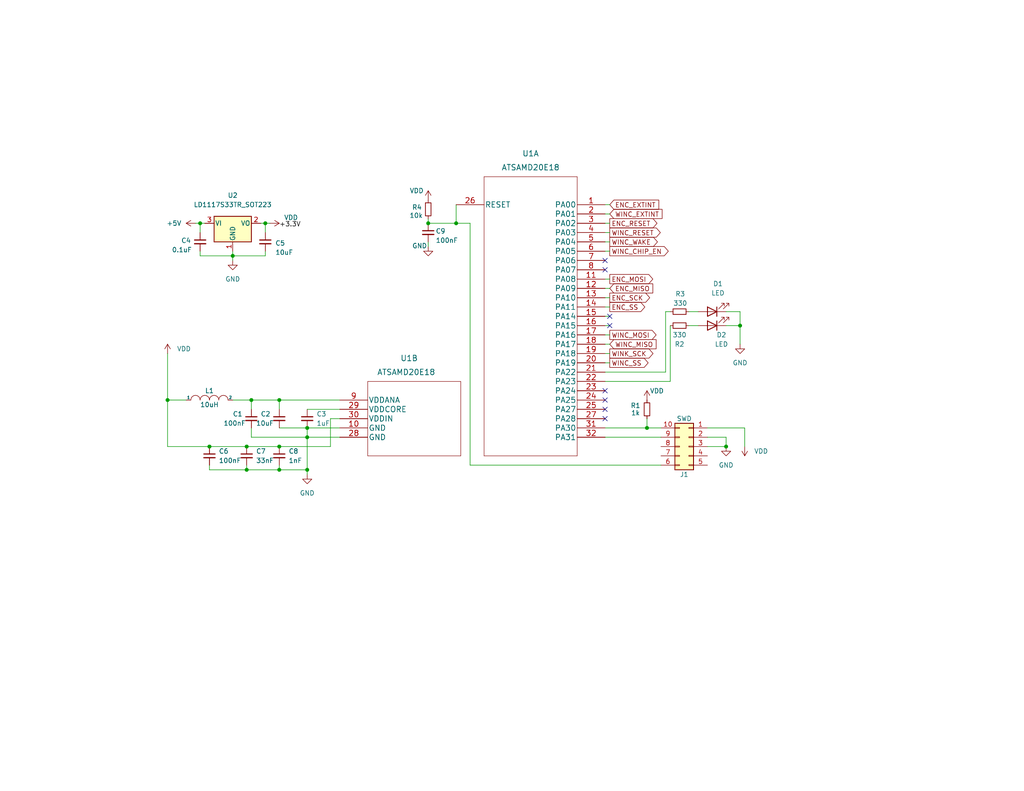
<source format=kicad_sch>
(kicad_sch (version 20211123) (generator eeschema)

  (uuid 1a9443d3-cac2-494b-9420-687a91e86722)

  (paper "USLetter")

  (title_block
    (title "ATSAMD20E18 Control Circuit")
    (date "2022-10-20")
    (rev "3")
    (company "DCA")
  )

  (lib_symbols
    (symbol "2022-10-03_01-58-55:ATSAMD20E18A-AU" (pin_names (offset 0.254)) (in_bom yes) (on_board yes)
      (property "Reference" "U" (id 0) (at 20.32 12.7 0)
        (effects (font (size 1.524 1.524)))
      )
      (property "Value" "ATSAMD20E18A-AU" (id 1) (at 20.32 10.16 0)
        (effects (font (size 1.524 1.524)))
      )
      (property "Footprint" "TQFP32_MC_MCH" (id 2) (at 20.32 8.636 0)
        (effects (font (size 1.524 1.524)) hide)
      )
      (property "Datasheet" "" (id 3) (at 0 0 0)
        (effects (font (size 1.524 1.524)))
      )
      (property "ki_fp_filters" "TQFP32_MC_MCH TQFP32_MC_MCH-M TQFP32_MC_MCH-L" (id 4) (at 0 0 0)
        (effects (font (size 1.27 1.27)) hide)
      )
      (symbol "ATSAMD20E18A-AU_1_1"
        (polyline
          (pts
            (xy 7.62 -68.58)
            (xy 33.02 -68.58)
          )
          (stroke (width 0.127) (type default) (color 0 0 0 0))
          (fill (type none))
        )
        (polyline
          (pts
            (xy 7.62 7.62)
            (xy 7.62 -68.58)
          )
          (stroke (width 0.127) (type default) (color 0 0 0 0))
          (fill (type none))
        )
        (polyline
          (pts
            (xy 33.02 -68.58)
            (xy 33.02 7.62)
          )
          (stroke (width 0.127) (type default) (color 0 0 0 0))
          (fill (type none))
        )
        (polyline
          (pts
            (xy 33.02 7.62)
            (xy 7.62 7.62)
          )
          (stroke (width 0.127) (type default) (color 0 0 0 0))
          (fill (type none))
        )
        (pin bidirectional line (at 40.64 0 180) (length 7.62)
          (name "PA00" (effects (font (size 1.4986 1.4986))))
          (number "1" (effects (font (size 1.4986 1.4986))))
        )
        (pin bidirectional line (at 40.64 -20.32 180) (length 7.62)
          (name "PA08" (effects (font (size 1.4986 1.4986))))
          (number "11" (effects (font (size 1.4986 1.4986))))
        )
        (pin bidirectional line (at 40.64 -22.86 180) (length 7.62)
          (name "PA09" (effects (font (size 1.4986 1.4986))))
          (number "12" (effects (font (size 1.4986 1.4986))))
        )
        (pin bidirectional line (at 40.64 -25.4 180) (length 7.62)
          (name "PA10" (effects (font (size 1.4986 1.4986))))
          (number "13" (effects (font (size 1.4986 1.4986))))
        )
        (pin bidirectional line (at 40.64 -27.94 180) (length 7.62)
          (name "PA11" (effects (font (size 1.4986 1.4986))))
          (number "14" (effects (font (size 1.4986 1.4986))))
        )
        (pin bidirectional line (at 40.64 -30.48 180) (length 7.62)
          (name "PA14" (effects (font (size 1.4986 1.4986))))
          (number "15" (effects (font (size 1.4986 1.4986))))
        )
        (pin bidirectional line (at 40.64 -33.02 180) (length 7.62)
          (name "PA15" (effects (font (size 1.4986 1.4986))))
          (number "16" (effects (font (size 1.4986 1.4986))))
        )
        (pin bidirectional line (at 40.64 -35.56 180) (length 7.62)
          (name "PA16" (effects (font (size 1.4986 1.4986))))
          (number "17" (effects (font (size 1.4986 1.4986))))
        )
        (pin bidirectional line (at 40.64 -38.1 180) (length 7.62)
          (name "PA17" (effects (font (size 1.4986 1.4986))))
          (number "18" (effects (font (size 1.4986 1.4986))))
        )
        (pin bidirectional line (at 40.64 -40.64 180) (length 7.62)
          (name "PA18" (effects (font (size 1.4986 1.4986))))
          (number "19" (effects (font (size 1.4986 1.4986))))
        )
        (pin bidirectional line (at 40.64 -2.54 180) (length 7.62)
          (name "PA01" (effects (font (size 1.4986 1.4986))))
          (number "2" (effects (font (size 1.4986 1.4986))))
        )
        (pin bidirectional line (at 40.64 -43.18 180) (length 7.62)
          (name "PA19" (effects (font (size 1.4986 1.4986))))
          (number "20" (effects (font (size 1.4986 1.4986))))
        )
        (pin bidirectional line (at 40.64 -45.72 180) (length 7.62)
          (name "PA22" (effects (font (size 1.4986 1.4986))))
          (number "21" (effects (font (size 1.4986 1.4986))))
        )
        (pin bidirectional line (at 40.64 -48.26 180) (length 7.62)
          (name "PA23" (effects (font (size 1.4986 1.4986))))
          (number "22" (effects (font (size 1.4986 1.4986))))
        )
        (pin bidirectional line (at 40.64 -50.8 180) (length 7.62)
          (name "PA24" (effects (font (size 1.4986 1.4986))))
          (number "23" (effects (font (size 1.4986 1.4986))))
        )
        (pin bidirectional line (at 40.64 -53.34 180) (length 7.62)
          (name "PA25" (effects (font (size 1.4986 1.4986))))
          (number "24" (effects (font (size 1.4986 1.4986))))
        )
        (pin bidirectional line (at 40.64 -55.88 180) (length 7.62)
          (name "PA27" (effects (font (size 1.4986 1.4986))))
          (number "25" (effects (font (size 1.4986 1.4986))))
        )
        (pin unspecified line (at 0 0 0) (length 7.62)
          (name "RESET" (effects (font (size 1.4986 1.4986))))
          (number "26" (effects (font (size 1.4986 1.4986))))
        )
        (pin bidirectional line (at 40.64 -58.42 180) (length 7.62)
          (name "PA28" (effects (font (size 1.4986 1.4986))))
          (number "27" (effects (font (size 1.4986 1.4986))))
        )
        (pin bidirectional line (at 40.64 -5.08 180) (length 7.62)
          (name "PA02" (effects (font (size 1.4986 1.4986))))
          (number "3" (effects (font (size 1.4986 1.4986))))
        )
        (pin bidirectional line (at 40.64 -60.96 180) (length 7.62)
          (name "PA30" (effects (font (size 1.4986 1.4986))))
          (number "31" (effects (font (size 1.4986 1.4986))))
        )
        (pin bidirectional line (at 40.64 -63.5 180) (length 7.62)
          (name "PA31" (effects (font (size 1.4986 1.4986))))
          (number "32" (effects (font (size 1.4986 1.4986))))
        )
        (pin bidirectional line (at 40.64 -7.62 180) (length 7.62)
          (name "PA03" (effects (font (size 1.4986 1.4986))))
          (number "4" (effects (font (size 1.4986 1.4986))))
        )
        (pin bidirectional line (at 40.64 -10.16 180) (length 7.62)
          (name "PA04" (effects (font (size 1.4986 1.4986))))
          (number "5" (effects (font (size 1.4986 1.4986))))
        )
        (pin bidirectional line (at 40.64 -12.7 180) (length 7.62)
          (name "PA05" (effects (font (size 1.4986 1.4986))))
          (number "6" (effects (font (size 1.4986 1.4986))))
        )
        (pin bidirectional line (at 40.64 -15.24 180) (length 7.62)
          (name "PA06" (effects (font (size 1.4986 1.4986))))
          (number "7" (effects (font (size 1.4986 1.4986))))
        )
        (pin bidirectional line (at 40.64 -17.78 180) (length 7.62)
          (name "PA07" (effects (font (size 1.4986 1.4986))))
          (number "8" (effects (font (size 1.4986 1.4986))))
        )
      )
      (symbol "ATSAMD20E18A-AU_2_1"
        (polyline
          (pts
            (xy 7.62 -15.24)
            (xy 33.02 -15.24)
          )
          (stroke (width 0.127) (type default) (color 0 0 0 0))
          (fill (type none))
        )
        (polyline
          (pts
            (xy 7.62 5.08)
            (xy 7.62 -15.24)
          )
          (stroke (width 0.127) (type default) (color 0 0 0 0))
          (fill (type none))
        )
        (polyline
          (pts
            (xy 33.02 -15.24)
            (xy 33.02 5.08)
          )
          (stroke (width 0.127) (type default) (color 0 0 0 0))
          (fill (type none))
        )
        (polyline
          (pts
            (xy 33.02 5.08)
            (xy 7.62 5.08)
          )
          (stroke (width 0.127) (type default) (color 0 0 0 0))
          (fill (type none))
        )
        (pin power_in line (at 0 -7.62 0) (length 7.62)
          (name "GND" (effects (font (size 1.4986 1.4986))))
          (number "10" (effects (font (size 1.4986 1.4986))))
        )
        (pin power_in line (at 0 -10.16 0) (length 7.62)
          (name "GND" (effects (font (size 1.4986 1.4986))))
          (number "28" (effects (font (size 1.4986 1.4986))))
        )
        (pin power_in line (at 0 -2.54 0) (length 7.62)
          (name "VDDCORE" (effects (font (size 1.4986 1.4986))))
          (number "29" (effects (font (size 1.4986 1.4986))))
        )
        (pin power_in line (at 0 -5.08 0) (length 7.62)
          (name "VDDIN" (effects (font (size 1.4986 1.4986))))
          (number "30" (effects (font (size 1.4986 1.4986))))
        )
        (pin power_in line (at 0 0 0) (length 7.62)
          (name "VDDANA" (effects (font (size 1.4986 1.4986))))
          (number "9" (effects (font (size 1.4986 1.4986))))
        )
      )
    )
    (symbol "Connector_Generic:Conn_02x05_Counter_Clockwise" (pin_names (offset 1.016) hide) (in_bom yes) (on_board yes)
      (property "Reference" "J" (id 0) (at 1.27 7.62 0)
        (effects (font (size 1.27 1.27)))
      )
      (property "Value" "Conn_02x05_Counter_Clockwise" (id 1) (at 1.27 -7.62 0)
        (effects (font (size 1.27 1.27)))
      )
      (property "Footprint" "" (id 2) (at 0 0 0)
        (effects (font (size 1.27 1.27)) hide)
      )
      (property "Datasheet" "~" (id 3) (at 0 0 0)
        (effects (font (size 1.27 1.27)) hide)
      )
      (property "ki_keywords" "connector" (id 4) (at 0 0 0)
        (effects (font (size 1.27 1.27)) hide)
      )
      (property "ki_description" "Generic connector, double row, 02x05, counter clockwise pin numbering scheme (similar to DIP packge numbering), script generated (kicad-library-utils/schlib/autogen/connector/)" (id 5) (at 0 0 0)
        (effects (font (size 1.27 1.27)) hide)
      )
      (property "ki_fp_filters" "Connector*:*_2x??_*" (id 6) (at 0 0 0)
        (effects (font (size 1.27 1.27)) hide)
      )
      (symbol "Conn_02x05_Counter_Clockwise_1_1"
        (rectangle (start -1.27 -4.953) (end 0 -5.207)
          (stroke (width 0.1524) (type default) (color 0 0 0 0))
          (fill (type none))
        )
        (rectangle (start -1.27 -2.413) (end 0 -2.667)
          (stroke (width 0.1524) (type default) (color 0 0 0 0))
          (fill (type none))
        )
        (rectangle (start -1.27 0.127) (end 0 -0.127)
          (stroke (width 0.1524) (type default) (color 0 0 0 0))
          (fill (type none))
        )
        (rectangle (start -1.27 2.667) (end 0 2.413)
          (stroke (width 0.1524) (type default) (color 0 0 0 0))
          (fill (type none))
        )
        (rectangle (start -1.27 5.207) (end 0 4.953)
          (stroke (width 0.1524) (type default) (color 0 0 0 0))
          (fill (type none))
        )
        (rectangle (start -1.27 6.35) (end 3.81 -6.35)
          (stroke (width 0.254) (type default) (color 0 0 0 0))
          (fill (type background))
        )
        (rectangle (start 3.81 -4.953) (end 2.54 -5.207)
          (stroke (width 0.1524) (type default) (color 0 0 0 0))
          (fill (type none))
        )
        (rectangle (start 3.81 -2.413) (end 2.54 -2.667)
          (stroke (width 0.1524) (type default) (color 0 0 0 0))
          (fill (type none))
        )
        (rectangle (start 3.81 0.127) (end 2.54 -0.127)
          (stroke (width 0.1524) (type default) (color 0 0 0 0))
          (fill (type none))
        )
        (rectangle (start 3.81 2.667) (end 2.54 2.413)
          (stroke (width 0.1524) (type default) (color 0 0 0 0))
          (fill (type none))
        )
        (rectangle (start 3.81 5.207) (end 2.54 4.953)
          (stroke (width 0.1524) (type default) (color 0 0 0 0))
          (fill (type none))
        )
        (pin passive line (at -5.08 5.08 0) (length 3.81)
          (name "Pin_1" (effects (font (size 1.27 1.27))))
          (number "1" (effects (font (size 1.27 1.27))))
        )
        (pin passive line (at 7.62 5.08 180) (length 3.81)
          (name "Pin_10" (effects (font (size 1.27 1.27))))
          (number "10" (effects (font (size 1.27 1.27))))
        )
        (pin passive line (at -5.08 2.54 0) (length 3.81)
          (name "Pin_2" (effects (font (size 1.27 1.27))))
          (number "2" (effects (font (size 1.27 1.27))))
        )
        (pin passive line (at -5.08 0 0) (length 3.81)
          (name "Pin_3" (effects (font (size 1.27 1.27))))
          (number "3" (effects (font (size 1.27 1.27))))
        )
        (pin passive line (at -5.08 -2.54 0) (length 3.81)
          (name "Pin_4" (effects (font (size 1.27 1.27))))
          (number "4" (effects (font (size 1.27 1.27))))
        )
        (pin passive line (at -5.08 -5.08 0) (length 3.81)
          (name "Pin_5" (effects (font (size 1.27 1.27))))
          (number "5" (effects (font (size 1.27 1.27))))
        )
        (pin passive line (at 7.62 -5.08 180) (length 3.81)
          (name "Pin_6" (effects (font (size 1.27 1.27))))
          (number "6" (effects (font (size 1.27 1.27))))
        )
        (pin passive line (at 7.62 -2.54 180) (length 3.81)
          (name "Pin_7" (effects (font (size 1.27 1.27))))
          (number "7" (effects (font (size 1.27 1.27))))
        )
        (pin passive line (at 7.62 0 180) (length 3.81)
          (name "Pin_8" (effects (font (size 1.27 1.27))))
          (number "8" (effects (font (size 1.27 1.27))))
        )
        (pin passive line (at 7.62 2.54 180) (length 3.81)
          (name "Pin_9" (effects (font (size 1.27 1.27))))
          (number "9" (effects (font (size 1.27 1.27))))
        )
      )
    )
    (symbol "Device:C_Small" (pin_numbers hide) (pin_names (offset 0.254) hide) (in_bom yes) (on_board yes)
      (property "Reference" "C" (id 0) (at 0.254 1.778 0)
        (effects (font (size 1.27 1.27)) (justify left))
      )
      (property "Value" "C_Small" (id 1) (at 0.254 -2.032 0)
        (effects (font (size 1.27 1.27)) (justify left))
      )
      (property "Footprint" "" (id 2) (at 0 0 0)
        (effects (font (size 1.27 1.27)) hide)
      )
      (property "Datasheet" "~" (id 3) (at 0 0 0)
        (effects (font (size 1.27 1.27)) hide)
      )
      (property "ki_keywords" "capacitor cap" (id 4) (at 0 0 0)
        (effects (font (size 1.27 1.27)) hide)
      )
      (property "ki_description" "Unpolarized capacitor, small symbol" (id 5) (at 0 0 0)
        (effects (font (size 1.27 1.27)) hide)
      )
      (property "ki_fp_filters" "C_*" (id 6) (at 0 0 0)
        (effects (font (size 1.27 1.27)) hide)
      )
      (symbol "C_Small_0_1"
        (polyline
          (pts
            (xy -1.524 -0.508)
            (xy 1.524 -0.508)
          )
          (stroke (width 0.3302) (type default) (color 0 0 0 0))
          (fill (type none))
        )
        (polyline
          (pts
            (xy -1.524 0.508)
            (xy 1.524 0.508)
          )
          (stroke (width 0.3048) (type default) (color 0 0 0 0))
          (fill (type none))
        )
      )
      (symbol "C_Small_1_1"
        (pin passive line (at 0 2.54 270) (length 2.032)
          (name "~" (effects (font (size 1.27 1.27))))
          (number "1" (effects (font (size 1.27 1.27))))
        )
        (pin passive line (at 0 -2.54 90) (length 2.032)
          (name "~" (effects (font (size 1.27 1.27))))
          (number "2" (effects (font (size 1.27 1.27))))
        )
      )
    )
    (symbol "Device:LED" (pin_numbers hide) (pin_names (offset 1.016) hide) (in_bom yes) (on_board yes)
      (property "Reference" "D" (id 0) (at 0 2.54 0)
        (effects (font (size 1.27 1.27)))
      )
      (property "Value" "LED" (id 1) (at 0 -2.54 0)
        (effects (font (size 1.27 1.27)))
      )
      (property "Footprint" "" (id 2) (at 0 0 0)
        (effects (font (size 1.27 1.27)) hide)
      )
      (property "Datasheet" "~" (id 3) (at 0 0 0)
        (effects (font (size 1.27 1.27)) hide)
      )
      (property "ki_keywords" "LED diode" (id 4) (at 0 0 0)
        (effects (font (size 1.27 1.27)) hide)
      )
      (property "ki_description" "Light emitting diode" (id 5) (at 0 0 0)
        (effects (font (size 1.27 1.27)) hide)
      )
      (property "ki_fp_filters" "LED* LED_SMD:* LED_THT:*" (id 6) (at 0 0 0)
        (effects (font (size 1.27 1.27)) hide)
      )
      (symbol "LED_0_1"
        (polyline
          (pts
            (xy -1.27 -1.27)
            (xy -1.27 1.27)
          )
          (stroke (width 0.254) (type default) (color 0 0 0 0))
          (fill (type none))
        )
        (polyline
          (pts
            (xy -1.27 0)
            (xy 1.27 0)
          )
          (stroke (width 0) (type default) (color 0 0 0 0))
          (fill (type none))
        )
        (polyline
          (pts
            (xy 1.27 -1.27)
            (xy 1.27 1.27)
            (xy -1.27 0)
            (xy 1.27 -1.27)
          )
          (stroke (width 0.254) (type default) (color 0 0 0 0))
          (fill (type none))
        )
        (polyline
          (pts
            (xy -3.048 -0.762)
            (xy -4.572 -2.286)
            (xy -3.81 -2.286)
            (xy -4.572 -2.286)
            (xy -4.572 -1.524)
          )
          (stroke (width 0) (type default) (color 0 0 0 0))
          (fill (type none))
        )
        (polyline
          (pts
            (xy -1.778 -0.762)
            (xy -3.302 -2.286)
            (xy -2.54 -2.286)
            (xy -3.302 -2.286)
            (xy -3.302 -1.524)
          )
          (stroke (width 0) (type default) (color 0 0 0 0))
          (fill (type none))
        )
      )
      (symbol "LED_1_1"
        (pin passive line (at -3.81 0 0) (length 2.54)
          (name "K" (effects (font (size 1.27 1.27))))
          (number "1" (effects (font (size 1.27 1.27))))
        )
        (pin passive line (at 3.81 0 180) (length 2.54)
          (name "A" (effects (font (size 1.27 1.27))))
          (number "2" (effects (font (size 1.27 1.27))))
        )
      )
    )
    (symbol "Device:R_Small" (pin_numbers hide) (pin_names (offset 0.254) hide) (in_bom yes) (on_board yes)
      (property "Reference" "R" (id 0) (at 0.762 0.508 0)
        (effects (font (size 1.27 1.27)) (justify left))
      )
      (property "Value" "R_Small" (id 1) (at 0.762 -1.016 0)
        (effects (font (size 1.27 1.27)) (justify left))
      )
      (property "Footprint" "" (id 2) (at 0 0 0)
        (effects (font (size 1.27 1.27)) hide)
      )
      (property "Datasheet" "~" (id 3) (at 0 0 0)
        (effects (font (size 1.27 1.27)) hide)
      )
      (property "ki_keywords" "R resistor" (id 4) (at 0 0 0)
        (effects (font (size 1.27 1.27)) hide)
      )
      (property "ki_description" "Resistor, small symbol" (id 5) (at 0 0 0)
        (effects (font (size 1.27 1.27)) hide)
      )
      (property "ki_fp_filters" "R_*" (id 6) (at 0 0 0)
        (effects (font (size 1.27 1.27)) hide)
      )
      (symbol "R_Small_0_1"
        (rectangle (start -0.762 1.778) (end 0.762 -1.778)
          (stroke (width 0.2032) (type default) (color 0 0 0 0))
          (fill (type none))
        )
      )
      (symbol "R_Small_1_1"
        (pin passive line (at 0 2.54 270) (length 0.762)
          (name "~" (effects (font (size 1.27 1.27))))
          (number "1" (effects (font (size 1.27 1.27))))
        )
        (pin passive line (at 0 -2.54 90) (length 0.762)
          (name "~" (effects (font (size 1.27 1.27))))
          (number "2" (effects (font (size 1.27 1.27))))
        )
      )
    )
    (symbol "Regulator_Linear:LD1117S33TR_SOT223" (pin_names (offset 0.254)) (in_bom yes) (on_board yes)
      (property "Reference" "U" (id 0) (at -3.81 3.175 0)
        (effects (font (size 1.27 1.27)))
      )
      (property "Value" "LD1117S33TR_SOT223" (id 1) (at 0 3.175 0)
        (effects (font (size 1.27 1.27)) (justify left))
      )
      (property "Footprint" "Package_TO_SOT_SMD:SOT-223-3_TabPin2" (id 2) (at 0 5.08 0)
        (effects (font (size 1.27 1.27)) hide)
      )
      (property "Datasheet" "http://www.st.com/st-web-ui/static/active/en/resource/technical/document/datasheet/CD00000544.pdf" (id 3) (at 2.54 -6.35 0)
        (effects (font (size 1.27 1.27)) hide)
      )
      (property "ki_keywords" "REGULATOR LDO 3.3V" (id 4) (at 0 0 0)
        (effects (font (size 1.27 1.27)) hide)
      )
      (property "ki_description" "800mA Fixed Low Drop Positive Voltage Regulator, Fixed Output 3.3V, SOT-223" (id 5) (at 0 0 0)
        (effects (font (size 1.27 1.27)) hide)
      )
      (property "ki_fp_filters" "SOT?223*TabPin2*" (id 6) (at 0 0 0)
        (effects (font (size 1.27 1.27)) hide)
      )
      (symbol "LD1117S33TR_SOT223_0_1"
        (rectangle (start -5.08 -5.08) (end 5.08 1.905)
          (stroke (width 0.254) (type default) (color 0 0 0 0))
          (fill (type background))
        )
      )
      (symbol "LD1117S33TR_SOT223_1_1"
        (pin power_in line (at 0 -7.62 90) (length 2.54)
          (name "GND" (effects (font (size 1.27 1.27))))
          (number "1" (effects (font (size 1.27 1.27))))
        )
        (pin power_out line (at 7.62 0 180) (length 2.54)
          (name "VO" (effects (font (size 1.27 1.27))))
          (number "2" (effects (font (size 1.27 1.27))))
        )
        (pin power_in line (at -7.62 0 0) (length 2.54)
          (name "VI" (effects (font (size 1.27 1.27))))
          (number "3" (effects (font (size 1.27 1.27))))
        )
      )
    )
    (symbol "power:+5V" (power) (pin_names (offset 0)) (in_bom yes) (on_board yes)
      (property "Reference" "#PWR" (id 0) (at 0 -3.81 0)
        (effects (font (size 1.27 1.27)) hide)
      )
      (property "Value" "+5V" (id 1) (at 0 3.556 0)
        (effects (font (size 1.27 1.27)))
      )
      (property "Footprint" "" (id 2) (at 0 0 0)
        (effects (font (size 1.27 1.27)) hide)
      )
      (property "Datasheet" "" (id 3) (at 0 0 0)
        (effects (font (size 1.27 1.27)) hide)
      )
      (property "ki_keywords" "power-flag" (id 4) (at 0 0 0)
        (effects (font (size 1.27 1.27)) hide)
      )
      (property "ki_description" "Power symbol creates a global label with name \"+5V\"" (id 5) (at 0 0 0)
        (effects (font (size 1.27 1.27)) hide)
      )
      (symbol "+5V_0_1"
        (polyline
          (pts
            (xy -0.762 1.27)
            (xy 0 2.54)
          )
          (stroke (width 0) (type default) (color 0 0 0 0))
          (fill (type none))
        )
        (polyline
          (pts
            (xy 0 0)
            (xy 0 2.54)
          )
          (stroke (width 0) (type default) (color 0 0 0 0))
          (fill (type none))
        )
        (polyline
          (pts
            (xy 0 2.54)
            (xy 0.762 1.27)
          )
          (stroke (width 0) (type default) (color 0 0 0 0))
          (fill (type none))
        )
      )
      (symbol "+5V_1_1"
        (pin power_in line (at 0 0 90) (length 0) hide
          (name "+5V" (effects (font (size 1.27 1.27))))
          (number "1" (effects (font (size 1.27 1.27))))
        )
      )
    )
    (symbol "power:GND" (power) (pin_names (offset 0)) (in_bom yes) (on_board yes)
      (property "Reference" "#PWR" (id 0) (at 0 -6.35 0)
        (effects (font (size 1.27 1.27)) hide)
      )
      (property "Value" "GND" (id 1) (at 0 -3.81 0)
        (effects (font (size 1.27 1.27)))
      )
      (property "Footprint" "" (id 2) (at 0 0 0)
        (effects (font (size 1.27 1.27)) hide)
      )
      (property "Datasheet" "" (id 3) (at 0 0 0)
        (effects (font (size 1.27 1.27)) hide)
      )
      (property "ki_keywords" "power-flag" (id 4) (at 0 0 0)
        (effects (font (size 1.27 1.27)) hide)
      )
      (property "ki_description" "Power symbol creates a global label with name \"GND\" , ground" (id 5) (at 0 0 0)
        (effects (font (size 1.27 1.27)) hide)
      )
      (symbol "GND_0_1"
        (polyline
          (pts
            (xy 0 0)
            (xy 0 -1.27)
            (xy 1.27 -1.27)
            (xy 0 -2.54)
            (xy -1.27 -1.27)
            (xy 0 -1.27)
          )
          (stroke (width 0) (type default) (color 0 0 0 0))
          (fill (type none))
        )
      )
      (symbol "GND_1_1"
        (pin power_in line (at 0 0 270) (length 0) hide
          (name "GND" (effects (font (size 1.27 1.27))))
          (number "1" (effects (font (size 1.27 1.27))))
        )
      )
    )
    (symbol "power:VDD" (power) (pin_names (offset 0)) (in_bom yes) (on_board yes)
      (property "Reference" "#PWR" (id 0) (at 0 -3.81 0)
        (effects (font (size 1.27 1.27)) hide)
      )
      (property "Value" "VDD" (id 1) (at 0 3.81 0)
        (effects (font (size 1.27 1.27)))
      )
      (property "Footprint" "" (id 2) (at 0 0 0)
        (effects (font (size 1.27 1.27)) hide)
      )
      (property "Datasheet" "" (id 3) (at 0 0 0)
        (effects (font (size 1.27 1.27)) hide)
      )
      (property "ki_keywords" "power-flag" (id 4) (at 0 0 0)
        (effects (font (size 1.27 1.27)) hide)
      )
      (property "ki_description" "Power symbol creates a global label with name \"VDD\"" (id 5) (at 0 0 0)
        (effects (font (size 1.27 1.27)) hide)
      )
      (symbol "VDD_0_1"
        (polyline
          (pts
            (xy -0.762 1.27)
            (xy 0 2.54)
          )
          (stroke (width 0) (type default) (color 0 0 0 0))
          (fill (type none))
        )
        (polyline
          (pts
            (xy 0 0)
            (xy 0 2.54)
          )
          (stroke (width 0) (type default) (color 0 0 0 0))
          (fill (type none))
        )
        (polyline
          (pts
            (xy 0 2.54)
            (xy 0.762 1.27)
          )
          (stroke (width 0) (type default) (color 0 0 0 0))
          (fill (type none))
        )
      )
      (symbol "VDD_1_1"
        (pin power_in line (at 0 0 90) (length 0) hide
          (name "VDD" (effects (font (size 1.27 1.27))))
          (number "1" (effects (font (size 1.27 1.27))))
        )
      )
    )
    (symbol "pspice:INDUCTOR" (pin_numbers hide) (pin_names (offset 0)) (in_bom yes) (on_board yes)
      (property "Reference" "L" (id 0) (at 0 2.54 0)
        (effects (font (size 1.27 1.27)))
      )
      (property "Value" "INDUCTOR" (id 1) (at 0 -1.27 0)
        (effects (font (size 1.27 1.27)))
      )
      (property "Footprint" "" (id 2) (at 0 0 0)
        (effects (font (size 1.27 1.27)) hide)
      )
      (property "Datasheet" "~" (id 3) (at 0 0 0)
        (effects (font (size 1.27 1.27)) hide)
      )
      (property "ki_keywords" "simulation" (id 4) (at 0 0 0)
        (effects (font (size 1.27 1.27)) hide)
      )
      (property "ki_description" "Inductor symbol for simulation only" (id 5) (at 0 0 0)
        (effects (font (size 1.27 1.27)) hide)
      )
      (symbol "INDUCTOR_0_1"
        (arc (start -2.54 0) (mid -3.81 1.27) (end -5.08 0)
          (stroke (width 0) (type default) (color 0 0 0 0))
          (fill (type none))
        )
        (arc (start 0 0) (mid -1.27 1.27) (end -2.54 0)
          (stroke (width 0) (type default) (color 0 0 0 0))
          (fill (type none))
        )
        (arc (start 2.54 0) (mid 1.27 1.27) (end 0 0)
          (stroke (width 0) (type default) (color 0 0 0 0))
          (fill (type none))
        )
        (arc (start 5.08 0) (mid 3.81 1.27) (end 2.54 0)
          (stroke (width 0) (type default) (color 0 0 0 0))
          (fill (type none))
        )
      )
      (symbol "INDUCTOR_1_1"
        (pin input line (at -6.35 0 0) (length 1.27)
          (name "1" (effects (font (size 0.762 0.762))))
          (number "1" (effects (font (size 0.762 0.762))))
        )
        (pin input line (at 6.35 0 180) (length 1.27)
          (name "2" (effects (font (size 0.762 0.762))))
          (number "2" (effects (font (size 0.762 0.762))))
        )
      )
    )
  )

  (junction (at 72.39 60.96) (diameter 0) (color 0 0 0 0)
    (uuid 0841a39a-f98d-41e9-8644-d9303ffb8603)
  )
  (junction (at 124.46 60.96) (diameter 0) (color 0 0 0 0)
    (uuid 1083b4ab-993e-45b3-b1ad-f31c75c30915)
  )
  (junction (at 83.82 128.27) (diameter 0) (color 0 0 0 0)
    (uuid 112a511c-8251-4b64-abc1-6d30ba27851e)
  )
  (junction (at 176.53 116.84) (diameter 0) (color 0 0 0 0)
    (uuid 199787c0-62d5-4cd3-9359-6a88ed8b302b)
  )
  (junction (at 83.82 119.38) (diameter 0) (color 0 0 0 0)
    (uuid 2c355d97-4b87-485e-9c6c-cbaa31ab7309)
  )
  (junction (at 68.58 109.22) (diameter 0) (color 0 0 0 0)
    (uuid 30c305e0-4809-45bc-8d15-4aa3c284f7a5)
  )
  (junction (at 198.12 121.92) (diameter 0) (color 0 0 0 0)
    (uuid 4b834e2f-79a8-4e49-b7fc-eb26468b0172)
  )
  (junction (at 201.93 88.9) (diameter 0) (color 0 0 0 0)
    (uuid 50767c5c-887e-4ea0-a85b-6f611da76940)
  )
  (junction (at 76.2 128.27) (diameter 0) (color 0 0 0 0)
    (uuid 58b02665-7ac2-4dbb-915a-edded031e028)
  )
  (junction (at 45.72 109.22) (diameter 0) (color 0 0 0 0)
    (uuid 5994980b-1717-4ae0-a69c-db877c91d89b)
  )
  (junction (at 57.15 121.92) (diameter 0) (color 0 0 0 0)
    (uuid 5e6fa830-f6f2-4e9d-a7a7-c82de3da2683)
  )
  (junction (at 116.84 60.96) (diameter 0) (color 0 0 0 0)
    (uuid 62ec29af-c0d9-4804-8196-2d0aabb124d9)
  )
  (junction (at 76.2 121.92) (diameter 0) (color 0 0 0 0)
    (uuid 74dca7c0-8790-4b6b-a0fb-deee55c6e3cb)
  )
  (junction (at 67.31 121.92) (diameter 0) (color 0 0 0 0)
    (uuid 89ee2687-0d4b-4859-a6b0-5aa4d1735bc2)
  )
  (junction (at 63.5 69.85) (diameter 0) (color 0 0 0 0)
    (uuid 9cb56b66-9e66-48c0-b0e9-80ffcf3e3220)
  )
  (junction (at 76.2 109.22) (diameter 0) (color 0 0 0 0)
    (uuid 9d276696-101b-4f71-8611-8bdee3e25795)
  )
  (junction (at 54.61 60.96) (diameter 0) (color 0 0 0 0)
    (uuid d287101e-9cbd-4d76-bbd3-88a04fe5217a)
  )
  (junction (at 83.82 116.84) (diameter 0) (color 0 0 0 0)
    (uuid f7952fd6-3f9b-4467-a9ef-dcf73cbe02b4)
  )
  (junction (at 67.31 128.27) (diameter 0) (color 0 0 0 0)
    (uuid fc753a2d-4b77-4df7-97ee-65a1a9d28115)
  )

  (no_connect (at 166.37 88.9) (uuid 3dd01f4f-f5eb-4c34-bdd1-fa536ca33f7d))
  (no_connect (at 166.37 86.36) (uuid 3dd01f4f-f5eb-4c34-bdd1-fa536ca33f7e))
  (no_connect (at 165.1 73.66) (uuid 3dd01f4f-f5eb-4c34-bdd1-fa536ca33f7f))
  (no_connect (at 165.1 71.12) (uuid 3dd01f4f-f5eb-4c34-bdd1-fa536ca33f80))
  (no_connect (at 165.1 106.68) (uuid 3dd01f4f-f5eb-4c34-bdd1-fa536ca33f82))
  (no_connect (at 165.1 114.3) (uuid 3dd01f4f-f5eb-4c34-bdd1-fa536ca33f83))
  (no_connect (at 165.1 111.76) (uuid 3dd01f4f-f5eb-4c34-bdd1-fa536ca33f84))
  (no_connect (at 165.1 109.22) (uuid 3dd01f4f-f5eb-4c34-bdd1-fa536ca33f85))

  (wire (pts (xy 166.37 55.88) (xy 165.1 55.88))
    (stroke (width 0) (type default) (color 0 0 0 0))
    (uuid 01a0f064-b8fd-4b27-aecf-ad74f51369d5)
  )
  (wire (pts (xy 165.1 81.28) (xy 166.37 81.28))
    (stroke (width 0) (type default) (color 0 0 0 0))
    (uuid 026d7f4a-8a12-470d-97a0-2663165305e5)
  )
  (wire (pts (xy 57.15 128.27) (xy 57.15 127))
    (stroke (width 0) (type default) (color 0 0 0 0))
    (uuid 04ca14bc-9ec3-471d-a206-69af48278a41)
  )
  (wire (pts (xy 63.5 69.85) (xy 72.39 69.85))
    (stroke (width 0) (type default) (color 0 0 0 0))
    (uuid 0575c3db-0425-4bad-ba33-5f43abb16a69)
  )
  (wire (pts (xy 72.39 69.85) (xy 72.39 68.58))
    (stroke (width 0) (type default) (color 0 0 0 0))
    (uuid 06749e3a-26d5-4d45-ad5c-52e9f8229362)
  )
  (wire (pts (xy 165.1 116.84) (xy 176.53 116.84))
    (stroke (width 0) (type default) (color 0 0 0 0))
    (uuid 0d7b8502-c03e-4039-8f0e-4ed9ee385f7b)
  )
  (wire (pts (xy 182.88 88.9) (xy 182.88 104.14))
    (stroke (width 0) (type default) (color 0 0 0 0))
    (uuid 0e1f6a1d-d0a1-4291-9c47-c684bcad3e64)
  )
  (wire (pts (xy 176.53 116.84) (xy 180.34 116.84))
    (stroke (width 0) (type default) (color 0 0 0 0))
    (uuid 12961377-1f61-4601-9005-f8d54afd3a3e)
  )
  (wire (pts (xy 165.1 63.5) (xy 166.37 63.5))
    (stroke (width 0) (type default) (color 0 0 0 0))
    (uuid 1c53ff63-9c23-45fc-a393-777fc1a585cc)
  )
  (wire (pts (xy 181.61 85.09) (xy 182.88 85.09))
    (stroke (width 0) (type default) (color 0 0 0 0))
    (uuid 2405e315-57d8-48ed-bc4f-b63bdacc0d7d)
  )
  (wire (pts (xy 176.53 114.3) (xy 176.53 116.84))
    (stroke (width 0) (type default) (color 0 0 0 0))
    (uuid 2546ac0e-ba56-4253-8767-fb6bea479c90)
  )
  (wire (pts (xy 92.71 114.3) (xy 90.17 114.3))
    (stroke (width 0) (type default) (color 0 0 0 0))
    (uuid 2653a9d6-578a-421c-99dd-84152b05c817)
  )
  (wire (pts (xy 166.37 58.42) (xy 165.1 58.42))
    (stroke (width 0) (type default) (color 0 0 0 0))
    (uuid 277fb931-304d-4d92-a100-1915bbec0b7f)
  )
  (wire (pts (xy 76.2 109.22) (xy 92.71 109.22))
    (stroke (width 0) (type default) (color 0 0 0 0))
    (uuid 27ec61b3-9d10-49ca-ac1e-9cb84008d481)
  )
  (wire (pts (xy 193.04 116.84) (xy 203.2 116.84))
    (stroke (width 0) (type default) (color 0 0 0 0))
    (uuid 2c723805-94c1-432f-a9c9-d095cc829a5a)
  )
  (wire (pts (xy 83.82 119.38) (xy 83.82 128.27))
    (stroke (width 0) (type default) (color 0 0 0 0))
    (uuid 34163dd5-5615-41e3-9bd6-eb1591aeb262)
  )
  (wire (pts (xy 72.39 60.96) (xy 71.12 60.96))
    (stroke (width 0) (type default) (color 0 0 0 0))
    (uuid 3531b1ed-8cdd-4a23-a8d9-8aa5aca0f551)
  )
  (wire (pts (xy 165.1 119.38) (xy 180.34 119.38))
    (stroke (width 0) (type default) (color 0 0 0 0))
    (uuid 368abf35-3773-4500-a0d2-de9cb305ef30)
  )
  (wire (pts (xy 90.17 114.3) (xy 90.17 121.92))
    (stroke (width 0) (type default) (color 0 0 0 0))
    (uuid 3899a141-e42d-4803-bc0a-96507fb57285)
  )
  (wire (pts (xy 198.12 85.09) (xy 201.93 85.09))
    (stroke (width 0) (type default) (color 0 0 0 0))
    (uuid 3963eb31-df52-4112-b538-6e71ac7d8775)
  )
  (wire (pts (xy 45.72 121.92) (xy 57.15 121.92))
    (stroke (width 0) (type default) (color 0 0 0 0))
    (uuid 43191f5f-022f-45b8-8d8a-85b1ff12a8e1)
  )
  (wire (pts (xy 201.93 85.09) (xy 201.93 88.9))
    (stroke (width 0) (type default) (color 0 0 0 0))
    (uuid 46aff1ad-5484-41fe-81fa-7bc613deb7e9)
  )
  (wire (pts (xy 67.31 121.92) (xy 76.2 121.92))
    (stroke (width 0) (type default) (color 0 0 0 0))
    (uuid 4ca79fad-3206-4f4c-9ac0-348cd437d231)
  )
  (wire (pts (xy 57.15 128.27) (xy 67.31 128.27))
    (stroke (width 0) (type default) (color 0 0 0 0))
    (uuid 4d0fea49-607b-45a2-9418-549de5dff794)
  )
  (wire (pts (xy 166.37 99.06) (xy 165.1 99.06))
    (stroke (width 0) (type default) (color 0 0 0 0))
    (uuid 501b578a-e00d-4ce6-acd5-da8136beaf41)
  )
  (wire (pts (xy 45.72 109.22) (xy 50.8 109.22))
    (stroke (width 0) (type default) (color 0 0 0 0))
    (uuid 5126ab54-5526-4028-b94b-970db7e4417a)
  )
  (wire (pts (xy 165.1 76.2) (xy 166.37 76.2))
    (stroke (width 0) (type default) (color 0 0 0 0))
    (uuid 52912a39-43a5-4d74-afcc-2f644f196529)
  )
  (wire (pts (xy 198.12 88.9) (xy 201.93 88.9))
    (stroke (width 0) (type default) (color 0 0 0 0))
    (uuid 55b2467e-79d8-4528-8727-872eed3e1136)
  )
  (wire (pts (xy 165.1 78.74) (xy 166.37 78.74))
    (stroke (width 0) (type default) (color 0 0 0 0))
    (uuid 5add9c56-6154-477d-9c16-c625ceb49838)
  )
  (wire (pts (xy 54.61 69.85) (xy 63.5 69.85))
    (stroke (width 0) (type default) (color 0 0 0 0))
    (uuid 5cf6f775-3cbb-4a7c-a597-4bb61a549d6d)
  )
  (wire (pts (xy 68.58 116.84) (xy 68.58 119.38))
    (stroke (width 0) (type default) (color 0 0 0 0))
    (uuid 60a8737c-6e9b-4f5d-bba1-9835d7f91e8c)
  )
  (wire (pts (xy 193.04 121.92) (xy 198.12 121.92))
    (stroke (width 0) (type default) (color 0 0 0 0))
    (uuid 60dce2c2-1d10-43a8-a24c-cfda72076ee6)
  )
  (wire (pts (xy 76.2 128.27) (xy 76.2 127))
    (stroke (width 0) (type default) (color 0 0 0 0))
    (uuid 62323f9b-31cc-462f-a276-a6d8011b59f5)
  )
  (wire (pts (xy 45.72 96.52) (xy 45.72 109.22))
    (stroke (width 0) (type default) (color 0 0 0 0))
    (uuid 6350fa41-3d57-4926-ba91-e29d3028617c)
  )
  (wire (pts (xy 53.34 60.96) (xy 54.61 60.96))
    (stroke (width 0) (type default) (color 0 0 0 0))
    (uuid 68994195-0205-4007-88c2-2cab01fedcb5)
  )
  (wire (pts (xy 72.39 60.96) (xy 73.66 60.96))
    (stroke (width 0) (type default) (color 0 0 0 0))
    (uuid 778fc09e-f4c0-47b8-87d0-7ad30c099396)
  )
  (wire (pts (xy 166.37 93.98) (xy 165.1 93.98))
    (stroke (width 0) (type default) (color 0 0 0 0))
    (uuid 7b78f3bd-c18d-4191-89d1-3b5180d200bc)
  )
  (wire (pts (xy 63.5 69.85) (xy 63.5 71.12))
    (stroke (width 0) (type default) (color 0 0 0 0))
    (uuid 7bb7f268-566e-4ad5-bdb8-69446134f661)
  )
  (wire (pts (xy 166.37 96.52) (xy 165.1 96.52))
    (stroke (width 0) (type default) (color 0 0 0 0))
    (uuid 7d3eab91-8ab8-4cd7-91ed-df4480f76381)
  )
  (wire (pts (xy 54.61 68.58) (xy 54.61 69.85))
    (stroke (width 0) (type default) (color 0 0 0 0))
    (uuid 82f5dbdd-8c0c-4efe-833c-121bb922c274)
  )
  (wire (pts (xy 68.58 111.76) (xy 68.58 109.22))
    (stroke (width 0) (type default) (color 0 0 0 0))
    (uuid 883e2d7a-41ae-4241-bb4f-2823ad3b892f)
  )
  (wire (pts (xy 203.2 116.84) (xy 203.2 121.92))
    (stroke (width 0) (type default) (color 0 0 0 0))
    (uuid 89343a62-fcfb-498b-b1a6-3fd5064f0d1f)
  )
  (wire (pts (xy 68.58 119.38) (xy 83.82 119.38))
    (stroke (width 0) (type default) (color 0 0 0 0))
    (uuid 8950f662-cef8-4dc8-b46e-f865fe3adb49)
  )
  (wire (pts (xy 116.84 66.04) (xy 116.84 67.31))
    (stroke (width 0) (type default) (color 0 0 0 0))
    (uuid 8aeef1c0-bf9c-4d10-be44-6adc018ca187)
  )
  (wire (pts (xy 166.37 86.36) (xy 165.1 86.36))
    (stroke (width 0) (type default) (color 0 0 0 0))
    (uuid 929c4b1d-91e3-4c27-b681-36eb19eb2809)
  )
  (wire (pts (xy 54.61 60.96) (xy 55.88 60.96))
    (stroke (width 0) (type default) (color 0 0 0 0))
    (uuid 92a78f18-9a5f-40ac-b7f2-41c882ddb421)
  )
  (wire (pts (xy 128.27 127) (xy 180.34 127))
    (stroke (width 0) (type default) (color 0 0 0 0))
    (uuid 9c4ce6cb-8a3e-4f8b-889b-fa73721aa578)
  )
  (wire (pts (xy 76.2 111.76) (xy 76.2 109.22))
    (stroke (width 0) (type default) (color 0 0 0 0))
    (uuid 9d9f671f-b40f-48f0-8497-0e8399c8268e)
  )
  (wire (pts (xy 165.1 66.04) (xy 166.37 66.04))
    (stroke (width 0) (type default) (color 0 0 0 0))
    (uuid a0e36136-c7df-4ba6-9566-16c1f3496443)
  )
  (wire (pts (xy 83.82 119.38) (xy 92.71 119.38))
    (stroke (width 0) (type default) (color 0 0 0 0))
    (uuid a185f443-d9f1-4b34-aa2d-d3bd14e56130)
  )
  (wire (pts (xy 187.96 88.9) (xy 190.5 88.9))
    (stroke (width 0) (type default) (color 0 0 0 0))
    (uuid a2318a9d-5ba5-49d1-83c3-5668ee5e65ac)
  )
  (wire (pts (xy 76.2 116.84) (xy 83.82 116.84))
    (stroke (width 0) (type default) (color 0 0 0 0))
    (uuid a7d75ffe-7414-4579-ad82-14be67efb1cc)
  )
  (wire (pts (xy 76.2 121.92) (xy 90.17 121.92))
    (stroke (width 0) (type default) (color 0 0 0 0))
    (uuid adeeda2b-6003-4c4c-9a37-d3ee54d86902)
  )
  (wire (pts (xy 83.82 116.84) (xy 83.82 119.38))
    (stroke (width 0) (type default) (color 0 0 0 0))
    (uuid ae96e5b7-6e40-4c65-827c-8c8540e17e79)
  )
  (wire (pts (xy 128.27 60.96) (xy 124.46 60.96))
    (stroke (width 0) (type default) (color 0 0 0 0))
    (uuid af2dfa6f-f0dd-42f8-8e2c-4abfaa6d0f76)
  )
  (wire (pts (xy 83.82 128.27) (xy 83.82 129.54))
    (stroke (width 0) (type default) (color 0 0 0 0))
    (uuid b25eaf0a-44da-436f-b6da-5d61747fa31c)
  )
  (wire (pts (xy 45.72 109.22) (xy 45.72 121.92))
    (stroke (width 0) (type default) (color 0 0 0 0))
    (uuid c0b5ef04-b125-4419-9777-a95e54aea863)
  )
  (wire (pts (xy 165.1 68.58) (xy 166.37 68.58))
    (stroke (width 0) (type default) (color 0 0 0 0))
    (uuid c19310a9-0d84-47da-9566-ce0bf57ade51)
  )
  (wire (pts (xy 193.04 119.38) (xy 198.12 119.38))
    (stroke (width 0) (type default) (color 0 0 0 0))
    (uuid c2569caf-c146-4e21-a7c9-c21ab81b7a45)
  )
  (wire (pts (xy 83.82 111.76) (xy 92.71 111.76))
    (stroke (width 0) (type default) (color 0 0 0 0))
    (uuid c3c9dd8d-5859-4388-8c3e-176efd203d8e)
  )
  (wire (pts (xy 67.31 128.27) (xy 67.31 127))
    (stroke (width 0) (type default) (color 0 0 0 0))
    (uuid c3fe6376-5ef6-491e-9d7a-04c8d6a17d63)
  )
  (wire (pts (xy 63.5 109.22) (xy 68.58 109.22))
    (stroke (width 0) (type default) (color 0 0 0 0))
    (uuid c651a5bb-6532-410b-8368-9dcaf11f4179)
  )
  (wire (pts (xy 67.31 128.27) (xy 76.2 128.27))
    (stroke (width 0) (type default) (color 0 0 0 0))
    (uuid c658d84a-d362-4c74-ba80-3a4d1554e615)
  )
  (wire (pts (xy 165.1 60.96) (xy 166.37 60.96))
    (stroke (width 0) (type default) (color 0 0 0 0))
    (uuid c884cb24-4275-45c1-ab0a-e4181019fdf8)
  )
  (wire (pts (xy 63.5 68.58) (xy 63.5 69.85))
    (stroke (width 0) (type default) (color 0 0 0 0))
    (uuid cf9ecfe9-ea77-477c-bc7b-59bddf201405)
  )
  (wire (pts (xy 124.46 60.96) (xy 124.46 55.88))
    (stroke (width 0) (type default) (color 0 0 0 0))
    (uuid d1149157-9562-4a94-9e2c-84dc43133c43)
  )
  (wire (pts (xy 92.71 116.84) (xy 83.82 116.84))
    (stroke (width 0) (type default) (color 0 0 0 0))
    (uuid d1716947-2584-49fd-b76e-4dd252fecd3f)
  )
  (wire (pts (xy 76.2 128.27) (xy 83.82 128.27))
    (stroke (width 0) (type default) (color 0 0 0 0))
    (uuid d5b92bd8-9843-40fb-83bf-fd5e46a5430c)
  )
  (wire (pts (xy 165.1 104.14) (xy 182.88 104.14))
    (stroke (width 0) (type default) (color 0 0 0 0))
    (uuid d74c68d8-add5-4a6e-883d-b20cad1ff353)
  )
  (wire (pts (xy 128.27 127) (xy 128.27 60.96))
    (stroke (width 0) (type default) (color 0 0 0 0))
    (uuid df195d72-c7c1-40d3-9a1b-81de7f9ed2c5)
  )
  (wire (pts (xy 116.84 59.69) (xy 116.84 60.96))
    (stroke (width 0) (type default) (color 0 0 0 0))
    (uuid e02eaacd-dc6f-4252-8689-f5211baf1087)
  )
  (wire (pts (xy 72.39 63.5) (xy 72.39 60.96))
    (stroke (width 0) (type default) (color 0 0 0 0))
    (uuid e1eb0c0a-0183-4815-94fd-0ece24cca253)
  )
  (wire (pts (xy 181.61 101.6) (xy 181.61 85.09))
    (stroke (width 0) (type default) (color 0 0 0 0))
    (uuid e22ce421-5cd8-42f3-beaa-ff27140efcb8)
  )
  (wire (pts (xy 57.15 121.92) (xy 67.31 121.92))
    (stroke (width 0) (type default) (color 0 0 0 0))
    (uuid e4209116-d83f-4832-95eb-15c288aa2a51)
  )
  (wire (pts (xy 166.37 91.44) (xy 165.1 91.44))
    (stroke (width 0) (type default) (color 0 0 0 0))
    (uuid e5713ffc-94f8-4a16-8202-644b780bd426)
  )
  (wire (pts (xy 116.84 60.96) (xy 124.46 60.96))
    (stroke (width 0) (type default) (color 0 0 0 0))
    (uuid e6bd4e34-6e84-44c1-a1cd-e61e3be51c52)
  )
  (wire (pts (xy 54.61 60.96) (xy 54.61 63.5))
    (stroke (width 0) (type default) (color 0 0 0 0))
    (uuid eb863604-3af6-429a-9e94-c94d43a80748)
  )
  (wire (pts (xy 166.37 88.9) (xy 165.1 88.9))
    (stroke (width 0) (type default) (color 0 0 0 0))
    (uuid ecad7012-7336-42d0-9d33-0df77900b957)
  )
  (wire (pts (xy 165.1 83.82) (xy 166.37 83.82))
    (stroke (width 0) (type default) (color 0 0 0 0))
    (uuid f2fc4275-4c4c-443c-8a2e-71ff8335e098)
  )
  (wire (pts (xy 201.93 88.9) (xy 201.93 93.98))
    (stroke (width 0) (type default) (color 0 0 0 0))
    (uuid f7f1cc3b-0b90-42e3-99f5-3c6ffbc82573)
  )
  (wire (pts (xy 165.1 101.6) (xy 181.61 101.6))
    (stroke (width 0) (type default) (color 0 0 0 0))
    (uuid f96052a8-371c-4026-83da-33e9e2da1cf0)
  )
  (wire (pts (xy 198.12 119.38) (xy 198.12 121.92))
    (stroke (width 0) (type default) (color 0 0 0 0))
    (uuid fb57a36b-d7bc-4c32-92a4-ce609cb6fd1d)
  )
  (wire (pts (xy 68.58 109.22) (xy 76.2 109.22))
    (stroke (width 0) (type default) (color 0 0 0 0))
    (uuid fc1c4702-e213-4a61-8543-da9f7b480be2)
  )
  (wire (pts (xy 187.96 85.09) (xy 190.5 85.09))
    (stroke (width 0) (type default) (color 0 0 0 0))
    (uuid ffc75212-db21-4f41-a4c1-0622d157471f)
  )

  (label "+3.3V" (at 76.2 62.23 0)
    (effects (font (size 1.27 1.27)) (justify left bottom))
    (uuid 8587a1e0-011f-4885-a173-a133abd3a032)
  )

  (global_label "ENC_RESET" (shape output) (at 166.37 60.96 0) (fields_autoplaced)
    (effects (font (size 1.27 1.27)) (justify left))
    (uuid 3177a5e5-96c2-4a3d-9e1c-6647b662d04f)
    (property "Intersheet References" "${INTERSHEET_REFS}" (id 0) (at 179.2455 60.8806 0)
      (effects (font (size 1.27 1.27)) (justify left) hide)
    )
  )
  (global_label "WINK_SCK" (shape output) (at 166.37 96.52 0) (fields_autoplaced)
    (effects (font (size 1.27 1.27)) (justify left))
    (uuid 3464dd7e-636b-4249-a7f0-8209b16d4f47)
    (property "Intersheet References" "${INTERSHEET_REFS}" (id 0) (at 178.1569 96.4406 0)
      (effects (font (size 1.27 1.27)) (justify left) hide)
    )
  )
  (global_label "WINC_EXTINT" (shape input) (at 166.37 58.42 0) (fields_autoplaced)
    (effects (font (size 1.27 1.27)) (justify left))
    (uuid 3a2bf5d8-2a9c-476b-9079-d81dd93f1c49)
    (property "Intersheet References" "${INTERSHEET_REFS}" (id 0) (at 180.6364 58.3406 0)
      (effects (font (size 1.27 1.27)) (justify left) hide)
    )
  )
  (global_label "ENC_SS" (shape output) (at 166.37 83.82 0) (fields_autoplaced)
    (effects (font (size 1.27 1.27)) (justify left))
    (uuid 40951477-4134-4b0d-bb0b-2d22f9ba0a61)
    (property "Intersheet References" "${INTERSHEET_REFS}" (id 0) (at 175.9193 83.7406 0)
      (effects (font (size 1.27 1.27)) (justify left) hide)
    )
  )
  (global_label "ENC_MOSI" (shape output) (at 166.37 76.2 0) (fields_autoplaced)
    (effects (font (size 1.27 1.27)) (justify left))
    (uuid 6880be06-0736-41c1-98e3-b93e7168711b)
    (property "Intersheet References" "${INTERSHEET_REFS}" (id 0) (at 178.0964 76.1206 0)
      (effects (font (size 1.27 1.27)) (justify left) hide)
    )
  )
  (global_label "WINC_MISO" (shape input) (at 166.37 93.98 0) (fields_autoplaced)
    (effects (font (size 1.27 1.27)) (justify left))
    (uuid 6f671a51-c946-4044-a1e1-ae04eb9c92f9)
    (property "Intersheet References" "${INTERSHEET_REFS}" (id 0) (at 179.0036 93.9006 0)
      (effects (font (size 1.27 1.27)) (justify left) hide)
    )
  )
  (global_label "ENC_EXTINT" (shape input) (at 166.37 55.88 0) (fields_autoplaced)
    (effects (font (size 1.27 1.27)) (justify left))
    (uuid 6f6a7258-b9aa-49d8-b92c-85c91e1287fe)
    (property "Intersheet References" "${INTERSHEET_REFS}" (id 0) (at 179.7293 55.8006 0)
      (effects (font (size 1.27 1.27)) (justify left) hide)
    )
  )
  (global_label "WINC_CHIP_EN" (shape output) (at 166.37 68.58 0) (fields_autoplaced)
    (effects (font (size 1.27 1.27)) (justify left))
    (uuid 73c662fe-feed-4611-87e2-91504ed3a2a5)
    (property "Intersheet References" "${INTERSHEET_REFS}" (id 0) (at 182.3298 68.5006 0)
      (effects (font (size 1.27 1.27)) (justify left) hide)
    )
  )
  (global_label "WINC_RESET" (shape output) (at 166.37 63.5 0) (fields_autoplaced)
    (effects (font (size 1.27 1.27)) (justify left))
    (uuid 979399b1-8fdd-4a16-a324-1bdfd005fb02)
    (property "Intersheet References" "${INTERSHEET_REFS}" (id 0) (at 180.1526 63.4206 0)
      (effects (font (size 1.27 1.27)) (justify left) hide)
    )
  )
  (global_label "WINC_SS" (shape output) (at 166.37 99.06 0) (fields_autoplaced)
    (effects (font (size 1.27 1.27)) (justify left))
    (uuid 98b9e5a9-1462-48f3-8074-fb92286d5142)
    (property "Intersheet References" "${INTERSHEET_REFS}" (id 0) (at 176.8264 98.9806 0)
      (effects (font (size 1.27 1.27)) (justify left) hide)
    )
  )
  (global_label "WINC_WAKE" (shape output) (at 166.37 66.04 0) (fields_autoplaced)
    (effects (font (size 1.27 1.27)) (justify left))
    (uuid b696c62b-313d-4961-84ba-950b07bb352c)
    (property "Intersheet References" "${INTERSHEET_REFS}" (id 0) (at 179.3664 65.9606 0)
      (effects (font (size 1.27 1.27)) (justify left) hide)
    )
  )
  (global_label "ENC_SCK" (shape output) (at 166.37 81.28 0) (fields_autoplaced)
    (effects (font (size 1.27 1.27)) (justify left))
    (uuid be403245-7729-43a3-aaa3-e95cbbff10f9)
    (property "Intersheet References" "${INTERSHEET_REFS}" (id 0) (at 177.2498 81.2006 0)
      (effects (font (size 1.27 1.27)) (justify left) hide)
    )
  )
  (global_label "WINC_MOSI" (shape output) (at 166.37 91.44 0) (fields_autoplaced)
    (effects (font (size 1.27 1.27)) (justify left))
    (uuid d09babe4-dca2-498e-955b-7850955a047b)
    (property "Intersheet References" "${INTERSHEET_REFS}" (id 0) (at 179.0036 91.3606 0)
      (effects (font (size 1.27 1.27)) (justify left) hide)
    )
  )
  (global_label "ENC_MISO" (shape input) (at 166.37 78.74 0) (fields_autoplaced)
    (effects (font (size 1.27 1.27)) (justify left))
    (uuid defa410b-ca2c-4cd3-a1a3-0f43a8786e10)
    (property "Intersheet References" "${INTERSHEET_REFS}" (id 0) (at 178.0964 78.6606 0)
      (effects (font (size 1.27 1.27)) (justify left) hide)
    )
  )

  (symbol (lib_id "2022-10-03_01-58-55:ATSAMD20E18A-AU") (at 124.46 55.88 0) (unit 1)
    (in_bom yes) (on_board yes) (fields_autoplaced)
    (uuid 04f259ba-27da-4afe-9f77-1b5ea2e06d97)
    (property "Reference" "U1" (id 0) (at 144.78 41.91 0)
      (effects (font (size 1.524 1.524)))
    )
    (property "Value" "ATSAMD20E18" (id 1) (at 144.78 45.72 0)
      (effects (font (size 1.524 1.524)))
    )
    (property "Footprint" "TQFP32_MC_MCH" (id 2) (at 144.78 47.244 0)
      (effects (font (size 1.524 1.524)) hide)
    )
    (property "Datasheet" "" (id 3) (at 124.46 55.88 0)
      (effects (font (size 1.524 1.524)))
    )
    (pin "1" (uuid ea88d66f-bc3b-4226-9b8e-dd6b05598acd))
    (pin "11" (uuid 2fdbd2ac-8984-4a9d-a9f7-6728dbb231df))
    (pin "12" (uuid ea1a51b2-79c3-43c4-b065-0de30330a84b))
    (pin "13" (uuid 1a3ec31c-13c6-4d2e-950a-dcf609a3adef))
    (pin "14" (uuid 048c6665-1368-4ecd-a563-1688d545cb40))
    (pin "15" (uuid 22dbe282-4187-4790-b685-8365226eb0a4))
    (pin "16" (uuid 4aef6d72-cd7c-4d0f-b019-7b5cb3008d99))
    (pin "17" (uuid 50021126-70ae-4753-9e3a-c37ff68dcd7c))
    (pin "18" (uuid 90677340-5f88-4a82-bb2c-3664192a6004))
    (pin "19" (uuid d51a2f46-fa5a-4bed-85ac-0814bece916d))
    (pin "2" (uuid bf3958ec-c285-485f-b1b8-7ab96ee32ae6))
    (pin "20" (uuid c0c8d457-7d43-4cc4-8aec-bd3d937d0acc))
    (pin "21" (uuid 5d5b3f86-8041-4a41-aabb-f881d663b345))
    (pin "22" (uuid 04bf0f17-4b62-4dcf-b43d-1c9e11fe8c75))
    (pin "23" (uuid 4bd9bdcb-d7f0-4834-bc7e-183a990d87be))
    (pin "24" (uuid a012d6c2-cabc-4cd6-98db-c4fdb54748bb))
    (pin "25" (uuid be7bbd0a-0b22-4d57-888c-03e93f311dbd))
    (pin "26" (uuid aebb20e2-486c-4d08-834a-a856538ac80d))
    (pin "27" (uuid f46a3032-d1c6-4fb9-8220-2537ff5a1c66))
    (pin "3" (uuid 7d13f292-dc0b-4ad6-a0ce-f5786e4b059b))
    (pin "31" (uuid 2380747f-6088-4bfe-b548-7b7ed5073e96))
    (pin "32" (uuid fb52a4bd-fb52-4ab5-a6ba-aa8ce1eef71d))
    (pin "4" (uuid 126416f5-7335-4d82-99c6-7fa056c0dab6))
    (pin "5" (uuid 78ee7307-4222-4988-b1c2-b74407a599c6))
    (pin "6" (uuid 0b26150c-7990-4819-9f64-2fd2f47b9ee5))
    (pin "7" (uuid 23476562-ac55-4c1d-a974-cdad3047f7ce))
    (pin "8" (uuid 307ca9a3-93d0-4b51-9a6f-b749390d6505))
    (pin "10" (uuid 338bca59-f8f5-4c15-9308-122f5c1f8f9e))
    (pin "28" (uuid dc60c67d-adca-4f94-8069-2dd05ec5fa0a))
    (pin "29" (uuid 2129be5a-a034-4d70-8eb9-ce72f2262883))
    (pin "30" (uuid 58e49c91-ab34-446e-b4d8-79920dc3af50))
    (pin "9" (uuid 5b3598b9-2a12-4670-83b7-35c76dceed88))
  )

  (symbol (lib_id "pspice:INDUCTOR") (at 57.15 109.22 0) (unit 1)
    (in_bom yes) (on_board yes)
    (uuid 063d21a7-0c2c-4665-91b2-7bcfe40352ca)
    (property "Reference" "L1" (id 0) (at 57.15 106.68 0))
    (property "Value" "10uH" (id 1) (at 57.15 110.49 0))
    (property "Footprint" "" (id 2) (at 57.15 109.22 0)
      (effects (font (size 1.27 1.27)) hide)
    )
    (property "Datasheet" "~" (id 3) (at 57.15 109.22 0)
      (effects (font (size 1.27 1.27)) hide)
    )
    (pin "1" (uuid 974843e7-09a4-4152-9fd4-f7e09083d6d4))
    (pin "2" (uuid 53fd6398-50e7-411a-8b4f-5d5afa7ffe70))
  )

  (symbol (lib_id "Device:C_Small") (at 54.61 66.04 0) (unit 1)
    (in_bom yes) (on_board yes)
    (uuid 0d427dff-57ef-4073-a755-0290f3559aef)
    (property "Reference" "C4" (id 0) (at 49.4242 65.6751 0)
      (effects (font (size 1.27 1.27)) (justify left))
    )
    (property "Value" "0.1uF" (id 1) (at 46.8842 68.2151 0)
      (effects (font (size 1.27 1.27)) (justify left))
    )
    (property "Footprint" "" (id 2) (at 54.61 66.04 0)
      (effects (font (size 1.27 1.27)) hide)
    )
    (property "Datasheet" "~" (id 3) (at 54.61 66.04 0)
      (effects (font (size 1.27 1.27)) hide)
    )
    (pin "1" (uuid 052f57af-8d29-4181-a5e1-840c64b6deb6))
    (pin "2" (uuid 8e5698fc-96c1-4c9d-9e36-7faa269f43ad))
  )

  (symbol (lib_id "power:GND") (at 116.84 67.31 0) (unit 1)
    (in_bom yes) (on_board yes)
    (uuid 12c2c02e-ee76-4ea6-b4c0-0d8a4a7dfaea)
    (property "Reference" "#PWR?" (id 0) (at 116.84 73.66 0)
      (effects (font (size 1.27 1.27)) hide)
    )
    (property "Value" "GND" (id 1) (at 114.4914 67.1215 0))
    (property "Footprint" "" (id 2) (at 116.84 67.31 0)
      (effects (font (size 1.27 1.27)) hide)
    )
    (property "Datasheet" "" (id 3) (at 116.84 67.31 0)
      (effects (font (size 1.27 1.27)) hide)
    )
    (pin "1" (uuid 75199787-3e43-4ac6-a38a-7092f7f82884))
  )

  (symbol (lib_id "power:GND") (at 201.93 93.98 0) (unit 1)
    (in_bom yes) (on_board yes) (fields_autoplaced)
    (uuid 2084a5d4-9e8e-4055-88f9-88fe752d4933)
    (property "Reference" "#PWR?" (id 0) (at 201.93 100.33 0)
      (effects (font (size 1.27 1.27)) hide)
    )
    (property "Value" "GND" (id 1) (at 201.93 99.06 0))
    (property "Footprint" "" (id 2) (at 201.93 93.98 0)
      (effects (font (size 1.27 1.27)) hide)
    )
    (property "Datasheet" "" (id 3) (at 201.93 93.98 0)
      (effects (font (size 1.27 1.27)) hide)
    )
    (pin "1" (uuid 4eab194c-cb0a-4f1a-a073-495346ae2d5e))
  )

  (symbol (lib_id "Connector_Generic:Conn_02x05_Counter_Clockwise") (at 187.96 121.92 0) (mirror y) (unit 1)
    (in_bom yes) (on_board yes)
    (uuid 2be76044-c272-445b-a0e0-fa906dd5845c)
    (property "Reference" "J1" (id 0) (at 186.69 129.54 0))
    (property "Value" "SWD" (id 1) (at 186.69 114.3 0))
    (property "Footprint" "" (id 2) (at 187.96 121.92 0)
      (effects (font (size 1.27 1.27)) hide)
    )
    (property "Datasheet" "~" (id 3) (at 187.96 121.92 0)
      (effects (font (size 1.27 1.27)) hide)
    )
    (pin "1" (uuid 85ee1ef0-6ef9-460c-9ac3-8986ffe79767))
    (pin "10" (uuid ded5e779-7e42-4631-95a7-e5dab6de44ab))
    (pin "2" (uuid 0a5453cb-b275-40d1-b436-85b8573f4727))
    (pin "3" (uuid 0e2ecfa6-8550-47ac-a5a2-496e94a1c333))
    (pin "4" (uuid 05f9b7c7-9f40-44ce-a224-b755ff894212))
    (pin "5" (uuid 9e12c751-6983-4e82-b53b-fe7c4167abbf))
    (pin "6" (uuid c4b1d540-1cd7-41c0-b649-885e79deeb18))
    (pin "7" (uuid b16d7af8-76de-42ca-8da0-93dd85ccf68c))
    (pin "8" (uuid 06fff898-c701-45fe-b161-6e5f1e4ca780))
    (pin "9" (uuid 40741123-c382-432d-a136-009474421907))
  )

  (symbol (lib_id "power:VDD") (at 176.53 109.22 0) (unit 1)
    (in_bom yes) (on_board yes)
    (uuid 2db65590-74e5-4383-b093-25084784007c)
    (property "Reference" "#PWR?" (id 0) (at 176.53 113.03 0)
      (effects (font (size 1.27 1.27)) hide)
    )
    (property "Value" "VDD" (id 1) (at 179.235 106.7365 0))
    (property "Footprint" "" (id 2) (at 176.53 109.22 0)
      (effects (font (size 1.27 1.27)) hide)
    )
    (property "Datasheet" "" (id 3) (at 176.53 109.22 0)
      (effects (font (size 1.27 1.27)) hide)
    )
    (pin "1" (uuid 2e95b240-1692-414f-9921-8f26c6c22199))
  )

  (symbol (lib_id "Device:C_Small") (at 76.2 124.46 0) (unit 1)
    (in_bom yes) (on_board yes) (fields_autoplaced)
    (uuid 38135f92-88e2-43a9-9f51-ccb5b4ccecd1)
    (property "Reference" "C8" (id 0) (at 78.74 123.1962 0)
      (effects (font (size 1.27 1.27)) (justify left))
    )
    (property "Value" "1nF" (id 1) (at 78.74 125.7362 0)
      (effects (font (size 1.27 1.27)) (justify left))
    )
    (property "Footprint" "" (id 2) (at 76.2 124.46 0)
      (effects (font (size 1.27 1.27)) hide)
    )
    (property "Datasheet" "~" (id 3) (at 76.2 124.46 0)
      (effects (font (size 1.27 1.27)) hide)
    )
    (pin "1" (uuid 82da0e72-60e9-4c52-8b22-0420f210ee24))
    (pin "2" (uuid 86c219cb-7947-47a9-adaf-9c5cceef3cac))
  )

  (symbol (lib_id "Regulator_Linear:LD1117S33TR_SOT223") (at 63.5 60.96 0) (unit 1)
    (in_bom yes) (on_board yes) (fields_autoplaced)
    (uuid 3bb7a7c6-5d05-4747-96b6-3a9a392d3e75)
    (property "Reference" "U2" (id 0) (at 63.5 53.34 0))
    (property "Value" "LD1117S33TR_SOT223" (id 1) (at 63.5 55.88 0))
    (property "Footprint" "Package_TO_SOT_SMD:SOT-223-3_TabPin2" (id 2) (at 63.5 55.88 0)
      (effects (font (size 1.27 1.27)) hide)
    )
    (property "Datasheet" "http://www.st.com/st-web-ui/static/active/en/resource/technical/document/datasheet/CD00000544.pdf" (id 3) (at 66.04 67.31 0)
      (effects (font (size 1.27 1.27)) hide)
    )
    (pin "1" (uuid b6231382-924d-489b-b15d-d7268616e1c5))
    (pin "2" (uuid 31d1d9a0-fca6-4036-96b0-066b4e849bd0))
    (pin "3" (uuid 17cb7593-0cd5-426f-8975-b024f025efff))
  )

  (symbol (lib_id "power:GND") (at 83.82 129.54 0) (unit 1)
    (in_bom yes) (on_board yes) (fields_autoplaced)
    (uuid 42870f2a-6fd0-447d-9023-4fd614da2b8e)
    (property "Reference" "#PWR?" (id 0) (at 83.82 135.89 0)
      (effects (font (size 1.27 1.27)) hide)
    )
    (property "Value" "GND" (id 1) (at 83.82 134.62 0))
    (property "Footprint" "" (id 2) (at 83.82 129.54 0)
      (effects (font (size 1.27 1.27)) hide)
    )
    (property "Datasheet" "" (id 3) (at 83.82 129.54 0)
      (effects (font (size 1.27 1.27)) hide)
    )
    (pin "1" (uuid 89416c18-e34f-4e2b-9aa0-d9ae68344197))
  )

  (symbol (lib_id "Device:LED") (at 194.31 85.09 180) (unit 1)
    (in_bom yes) (on_board yes) (fields_autoplaced)
    (uuid 476b7839-2ce5-493e-8f1f-e99b4e0f9fb1)
    (property "Reference" "D1" (id 0) (at 195.8975 77.47 0))
    (property "Value" "LED" (id 1) (at 195.8975 80.01 0))
    (property "Footprint" "" (id 2) (at 194.31 85.09 0)
      (effects (font (size 1.27 1.27)) hide)
    )
    (property "Datasheet" "~" (id 3) (at 194.31 85.09 0)
      (effects (font (size 1.27 1.27)) hide)
    )
    (pin "1" (uuid 91afefbd-61a3-4d49-a1e1-99cd9da338a8))
    (pin "2" (uuid 525d9c7a-8475-4cd9-822a-3db2cb4b6ac0))
  )

  (symbol (lib_id "Device:C_Small") (at 67.31 124.46 0) (unit 1)
    (in_bom yes) (on_board yes) (fields_autoplaced)
    (uuid 608aa23e-1fb8-48aa-8977-a8e9881add20)
    (property "Reference" "C7" (id 0) (at 69.85 123.1962 0)
      (effects (font (size 1.27 1.27)) (justify left))
    )
    (property "Value" "33nF" (id 1) (at 69.85 125.7362 0)
      (effects (font (size 1.27 1.27)) (justify left))
    )
    (property "Footprint" "" (id 2) (at 67.31 124.46 0)
      (effects (font (size 1.27 1.27)) hide)
    )
    (property "Datasheet" "~" (id 3) (at 67.31 124.46 0)
      (effects (font (size 1.27 1.27)) hide)
    )
    (pin "1" (uuid 000c3618-f199-4901-ad58-29046f359fd6))
    (pin "2" (uuid c6659c0f-c13b-4c3e-8929-2926108e2e9a))
  )

  (symbol (lib_id "power:VDD") (at 73.66 60.96 270) (unit 1)
    (in_bom yes) (on_board yes)
    (uuid 653a5b05-46c6-4646-b1c1-43749080fc70)
    (property "Reference" "#PWR?" (id 0) (at 69.85 60.96 0)
      (effects (font (size 1.27 1.27)) hide)
    )
    (property "Value" "VDD" (id 1) (at 77.4855 59.3978 90)
      (effects (font (size 1.27 1.27)) (justify left))
    )
    (property "Footprint" "" (id 2) (at 73.66 60.96 0)
      (effects (font (size 1.27 1.27)) hide)
    )
    (property "Datasheet" "" (id 3) (at 73.66 60.96 0)
      (effects (font (size 1.27 1.27)) hide)
    )
    (pin "1" (uuid 47e73bc3-9563-45f7-8e7d-a0e7be4d0a4e))
  )

  (symbol (lib_id "Device:R_Small") (at 185.42 88.9 270) (unit 1)
    (in_bom yes) (on_board yes)
    (uuid 67838707-6ebb-4e40-a1a4-28638aacbcee)
    (property "Reference" "R2" (id 0) (at 185.42 93.98 90))
    (property "Value" "330" (id 1) (at 185.42 91.44 90))
    (property "Footprint" "" (id 2) (at 185.42 88.9 0)
      (effects (font (size 1.27 1.27)) hide)
    )
    (property "Datasheet" "~" (id 3) (at 185.42 88.9 0)
      (effects (font (size 1.27 1.27)) hide)
    )
    (pin "1" (uuid 501e1b20-f64a-4c26-9bb5-3ddcc3dd3280))
    (pin "2" (uuid 128f626f-683a-49f6-8570-8a7d5b0235a0))
  )

  (symbol (lib_id "Device:C_Small") (at 116.84 63.5 0) (unit 1)
    (in_bom yes) (on_board yes)
    (uuid 79a416dd-4664-4171-acd4-0de91957ea70)
    (property "Reference" "C9" (id 0) (at 118.8697 63.0982 0)
      (effects (font (size 1.27 1.27)) (justify left))
    )
    (property "Value" "100nF" (id 1) (at 118.8697 65.6382 0)
      (effects (font (size 1.27 1.27)) (justify left))
    )
    (property "Footprint" "" (id 2) (at 116.84 63.5 0)
      (effects (font (size 1.27 1.27)) hide)
    )
    (property "Datasheet" "~" (id 3) (at 116.84 63.5 0)
      (effects (font (size 1.27 1.27)) hide)
    )
    (pin "1" (uuid f9b99016-b495-47db-a454-24a8de267235))
    (pin "2" (uuid 90cb354c-b490-42ea-8cb1-261362a2fadf))
  )

  (symbol (lib_id "Device:R_Small") (at 176.53 111.76 0) (unit 1)
    (in_bom yes) (on_board yes)
    (uuid 83635dc2-924d-46f3-a153-5de7d71803c1)
    (property "Reference" "R1" (id 0) (at 173.4133 110.7183 0))
    (property "Value" "1k" (id 1) (at 173.4133 112.73 0))
    (property "Footprint" "" (id 2) (at 176.53 111.76 0)
      (effects (font (size 1.27 1.27)) hide)
    )
    (property "Datasheet" "~" (id 3) (at 176.53 111.76 0)
      (effects (font (size 1.27 1.27)) hide)
    )
    (pin "1" (uuid a2299d6c-035d-4d6a-a1e3-e74472b3d504))
    (pin "2" (uuid a3f7778c-982b-432c-9603-adf5aadf24e7))
  )

  (symbol (lib_id "power:VDD") (at 116.84 54.61 0) (unit 1)
    (in_bom yes) (on_board yes)
    (uuid 8be31170-8ed5-4642-b6da-7d543275ec4f)
    (property "Reference" "#PWR?" (id 0) (at 116.84 58.42 0)
      (effects (font (size 1.27 1.27)) hide)
    )
    (property "Value" "VDD" (id 1) (at 111.76 52.07 0)
      (effects (font (size 1.27 1.27)) (justify left))
    )
    (property "Footprint" "" (id 2) (at 116.84 54.61 0)
      (effects (font (size 1.27 1.27)) hide)
    )
    (property "Datasheet" "" (id 3) (at 116.84 54.61 0)
      (effects (font (size 1.27 1.27)) hide)
    )
    (pin "1" (uuid 0e2e6dc5-70bb-4678-9f55-ed874ab3a873))
  )

  (symbol (lib_id "Device:C_Small") (at 57.15 124.46 0) (unit 1)
    (in_bom yes) (on_board yes) (fields_autoplaced)
    (uuid 98895b89-1c7d-4c3c-a509-d469416ef983)
    (property "Reference" "C6" (id 0) (at 59.69 123.1962 0)
      (effects (font (size 1.27 1.27)) (justify left))
    )
    (property "Value" "100nF" (id 1) (at 59.69 125.7362 0)
      (effects (font (size 1.27 1.27)) (justify left))
    )
    (property "Footprint" "" (id 2) (at 57.15 124.46 0)
      (effects (font (size 1.27 1.27)) hide)
    )
    (property "Datasheet" "~" (id 3) (at 57.15 124.46 0)
      (effects (font (size 1.27 1.27)) hide)
    )
    (pin "1" (uuid c9c030b8-7edc-4727-8412-8a08bc7347a4))
    (pin "2" (uuid 1e9f2b9f-3e47-49d0-97c4-c8db36455391))
  )

  (symbol (lib_id "Device:C_Small") (at 72.39 66.04 0) (unit 1)
    (in_bom yes) (on_board yes)
    (uuid 9dc72096-b7d6-44fa-b401-8f7f2c0e87e8)
    (property "Reference" "C5" (id 0) (at 75.1024 66.3851 0)
      (effects (font (size 1.27 1.27)) (justify left))
    )
    (property "Value" "10uF" (id 1) (at 75.1024 68.9251 0)
      (effects (font (size 1.27 1.27)) (justify left))
    )
    (property "Footprint" "" (id 2) (at 72.39 66.04 0)
      (effects (font (size 1.27 1.27)) hide)
    )
    (property "Datasheet" "~" (id 3) (at 72.39 66.04 0)
      (effects (font (size 1.27 1.27)) hide)
    )
    (pin "1" (uuid 02ebede7-fc1a-4a80-b94c-15bc105e96e4))
    (pin "2" (uuid 248de768-24fa-4060-bd18-48e3dc831e7b))
  )

  (symbol (lib_id "power:VDD") (at 203.2 121.92 180) (unit 1)
    (in_bom yes) (on_board yes) (fields_autoplaced)
    (uuid a0d78ac7-aaf5-4665-ae0e-d33d7eea8bbf)
    (property "Reference" "#PWR?" (id 0) (at 203.2 118.11 0)
      (effects (font (size 1.27 1.27)) hide)
    )
    (property "Value" "VDD" (id 1) (at 205.74 123.1899 0)
      (effects (font (size 1.27 1.27)) (justify right))
    )
    (property "Footprint" "" (id 2) (at 203.2 121.92 0)
      (effects (font (size 1.27 1.27)) hide)
    )
    (property "Datasheet" "" (id 3) (at 203.2 121.92 0)
      (effects (font (size 1.27 1.27)) hide)
    )
    (pin "1" (uuid a8d3fbf6-7c6b-423f-b032-82c0e0a30b9b))
  )

  (symbol (lib_id "power:GND") (at 63.5 71.12 0) (unit 1)
    (in_bom yes) (on_board yes) (fields_autoplaced)
    (uuid ac76aa0c-1523-4d58-9958-8d1be125b04f)
    (property "Reference" "#PWR?" (id 0) (at 63.5 77.47 0)
      (effects (font (size 1.27 1.27)) hide)
    )
    (property "Value" "GND" (id 1) (at 63.5 76.2 0))
    (property "Footprint" "" (id 2) (at 63.5 71.12 0)
      (effects (font (size 1.27 1.27)) hide)
    )
    (property "Datasheet" "" (id 3) (at 63.5 71.12 0)
      (effects (font (size 1.27 1.27)) hide)
    )
    (pin "1" (uuid 02de6c5b-e5a7-4492-8461-b46126c98eaa))
  )

  (symbol (lib_id "2022-10-03_01-58-55:ATSAMD20E18A-AU") (at 92.71 109.22 0) (unit 2)
    (in_bom yes) (on_board yes)
    (uuid b4598159-b37f-4fdf-9984-17910dd2d795)
    (property "Reference" "U1" (id 0) (at 109.22 97.79 0)
      (effects (font (size 1.524 1.524)) (justify left))
    )
    (property "Value" "ATSAMD20E18" (id 1) (at 102.87 101.6 0)
      (effects (font (size 1.524 1.524)) (justify left))
    )
    (property "Footprint" "TQFP32_MC_MCH" (id 2) (at 113.03 100.584 0)
      (effects (font (size 1.524 1.524)) hide)
    )
    (property "Datasheet" "" (id 3) (at 92.71 109.22 0)
      (effects (font (size 1.524 1.524)))
    )
    (pin "1" (uuid 06f14803-aea1-48c7-a78e-3fba23a2d85f))
    (pin "11" (uuid 0bfce6eb-20b9-4f93-9bd0-9215bbdd7014))
    (pin "12" (uuid 69d91b47-07a4-4dde-b4d1-133fbd6398a5))
    (pin "13" (uuid 629d8c73-abec-4f13-aabf-53486f8b2c1f))
    (pin "14" (uuid 9dc0d0b3-3433-42bb-8f0e-2ac64bb4dfab))
    (pin "15" (uuid ee4f024a-bd9e-4517-9b02-f8ccf22a3a6c))
    (pin "16" (uuid ea8f747d-51d1-4bd6-b12c-35e452440393))
    (pin "17" (uuid 91c2cff9-1521-4a9f-96a2-3e88061e3a8f))
    (pin "18" (uuid 456a6297-5c4f-4f12-b8e0-55109e83a776))
    (pin "19" (uuid d62cbf5c-a0f9-4cbd-b7e0-15a562bbc44b))
    (pin "2" (uuid 81b1e7b8-281b-47ba-9ce8-46e0df47b049))
    (pin "20" (uuid 455676aa-9297-4917-8538-1da362980d28))
    (pin "21" (uuid 72c0b60c-f684-4efd-a575-f8f9e13b1fb6))
    (pin "22" (uuid ad3f81ec-e1ba-4342-afef-77b24e3486a4))
    (pin "23" (uuid df31e8a3-cd05-40e6-8ed0-a7dc7b881839))
    (pin "24" (uuid 99f1cd69-446f-423c-a30f-765af4e309e5))
    (pin "25" (uuid 7c6ea17a-72e6-4f62-b643-03824aa46cb2))
    (pin "26" (uuid 96fc0bc0-42a2-4b49-bb76-320ffcd6d8ba))
    (pin "27" (uuid 3aad025d-e0c9-4e5f-b81c-833c9d112ec1))
    (pin "3" (uuid d0585a24-8aa5-4e4f-a2d2-bc5953134612))
    (pin "31" (uuid 1ea2435e-31b9-4821-a592-40794a824c68))
    (pin "32" (uuid 211fc169-14cd-4eec-b5ab-6117fcfa36c4))
    (pin "4" (uuid 09a7ce58-9846-4df4-9c31-b9c7a5e354fc))
    (pin "5" (uuid 383f122c-6ddf-400d-9a48-8e4d695f81e8))
    (pin "6" (uuid 4c17b753-3866-4b18-85ce-3624249eb2e0))
    (pin "7" (uuid 0232fcf0-64e9-4ead-9954-9347784651f1))
    (pin "8" (uuid 151ac5d6-13c9-41de-b4d2-2d5ac59c5918))
    (pin "10" (uuid a5500623-303e-4081-af59-235e6e1baa7a))
    (pin "28" (uuid 4d0cbf74-71a5-4c76-a01e-600b6d4ff0c2))
    (pin "29" (uuid 9f8c5f24-2245-4d09-b494-e60655960eac))
    (pin "30" (uuid 0f8a38b7-032e-49cf-97d1-1f7d1ac517f0))
    (pin "9" (uuid 29aaccba-0acf-4611-9eca-dfc7f4a18430))
  )

  (symbol (lib_id "power:GND") (at 198.12 121.92 0) (unit 1)
    (in_bom yes) (on_board yes) (fields_autoplaced)
    (uuid c4d43149-88bb-4794-9b85-e827e9864220)
    (property "Reference" "#PWR?" (id 0) (at 198.12 128.27 0)
      (effects (font (size 1.27 1.27)) hide)
    )
    (property "Value" "GND" (id 1) (at 198.12 127 0))
    (property "Footprint" "" (id 2) (at 198.12 121.92 0)
      (effects (font (size 1.27 1.27)) hide)
    )
    (property "Datasheet" "" (id 3) (at 198.12 121.92 0)
      (effects (font (size 1.27 1.27)) hide)
    )
    (pin "1" (uuid 76e286aa-67a1-4014-aef3-44a5d97e2804))
  )

  (symbol (lib_id "Device:LED") (at 194.31 88.9 180) (unit 1)
    (in_bom yes) (on_board yes)
    (uuid d666b20f-108c-4680-a785-03291572dcfc)
    (property "Reference" "D2" (id 0) (at 196.85 91.44 0))
    (property "Value" "LED" (id 1) (at 196.85 93.98 0))
    (property "Footprint" "" (id 2) (at 194.31 88.9 0)
      (effects (font (size 1.27 1.27)) hide)
    )
    (property "Datasheet" "~" (id 3) (at 194.31 88.9 0)
      (effects (font (size 1.27 1.27)) hide)
    )
    (pin "1" (uuid 624159e2-3e0c-4f60-a4bf-a3ffbd40ce6f))
    (pin "2" (uuid c17119d5-43f5-4b8c-bd63-ecd458273dbd))
  )

  (symbol (lib_id "Device:C_Small") (at 76.2 114.3 0) (unit 1)
    (in_bom yes) (on_board yes)
    (uuid dd562100-13e2-4dfa-8934-4ba97b2b2e73)
    (property "Reference" "C2" (id 0) (at 71.12 113.03 0)
      (effects (font (size 1.27 1.27)) (justify left))
    )
    (property "Value" "10uF" (id 1) (at 69.85 115.57 0)
      (effects (font (size 1.27 1.27)) (justify left))
    )
    (property "Footprint" "" (id 2) (at 76.2 114.3 0)
      (effects (font (size 1.27 1.27)) hide)
    )
    (property "Datasheet" "~" (id 3) (at 76.2 114.3 0)
      (effects (font (size 1.27 1.27)) hide)
    )
    (pin "1" (uuid c8c1fdb1-a151-47eb-8574-ac3b81adeb8b))
    (pin "2" (uuid 279829f2-6110-4754-a64e-271e53a2a54d))
  )

  (symbol (lib_id "Device:R_Small") (at 185.42 85.09 270) (unit 1)
    (in_bom yes) (on_board yes)
    (uuid eca3f167-702b-4659-9bc0-9b7ff402678b)
    (property "Reference" "R3" (id 0) (at 185.601 80.2549 90))
    (property "Value" "330" (id 1) (at 185.601 82.7949 90))
    (property "Footprint" "" (id 2) (at 185.42 85.09 0)
      (effects (font (size 1.27 1.27)) hide)
    )
    (property "Datasheet" "~" (id 3) (at 185.42 85.09 0)
      (effects (font (size 1.27 1.27)) hide)
    )
    (pin "1" (uuid 900db112-22c6-4c38-8ef0-1e7635e31485))
    (pin "2" (uuid 069a628d-bd6a-4798-a299-13656974ba6b))
  )

  (symbol (lib_id "Device:C_Small") (at 68.58 114.3 0) (unit 1)
    (in_bom yes) (on_board yes)
    (uuid ee83d4d9-20c5-4206-95a4-332156dab009)
    (property "Reference" "C1" (id 0) (at 63.5 113.03 0)
      (effects (font (size 1.27 1.27)) (justify left))
    )
    (property "Value" "100nF" (id 1) (at 60.96 115.57 0)
      (effects (font (size 1.27 1.27)) (justify left))
    )
    (property "Footprint" "" (id 2) (at 68.58 114.3 0)
      (effects (font (size 1.27 1.27)) hide)
    )
    (property "Datasheet" "~" (id 3) (at 68.58 114.3 0)
      (effects (font (size 1.27 1.27)) hide)
    )
    (pin "1" (uuid 8e2ebe2d-7827-449b-972a-70fee53ef341))
    (pin "2" (uuid 32a42ffb-fa2e-4858-9701-33012b98094b))
  )

  (symbol (lib_id "power:VDD") (at 45.72 96.52 0) (unit 1)
    (in_bom yes) (on_board yes) (fields_autoplaced)
    (uuid ef76ff90-d399-4769-afe5-f01fdafbeb1b)
    (property "Reference" "#PWR?" (id 0) (at 45.72 100.33 0)
      (effects (font (size 1.27 1.27)) hide)
    )
    (property "Value" "VDD" (id 1) (at 48.26 95.2499 0)
      (effects (font (size 1.27 1.27)) (justify left))
    )
    (property "Footprint" "" (id 2) (at 45.72 96.52 0)
      (effects (font (size 1.27 1.27)) hide)
    )
    (property "Datasheet" "" (id 3) (at 45.72 96.52 0)
      (effects (font (size 1.27 1.27)) hide)
    )
    (pin "1" (uuid 8e67eff8-19dc-4baf-844a-99eb36f2a524))
  )

  (symbol (lib_id "Device:R_Small") (at 116.84 57.15 0) (unit 1)
    (in_bom yes) (on_board yes)
    (uuid f31c6ae2-f656-401e-88be-3bf099f73d26)
    (property "Reference" "R4" (id 0) (at 113.7815 56.59 0))
    (property "Value" "10k" (id 1) (at 113.5448 58.8383 0))
    (property "Footprint" "" (id 2) (at 116.84 57.15 0)
      (effects (font (size 1.27 1.27)) hide)
    )
    (property "Datasheet" "~" (id 3) (at 116.84 57.15 0)
      (effects (font (size 1.27 1.27)) hide)
    )
    (pin "1" (uuid 6ac7438f-2dce-4648-af0f-5c98edf08edb))
    (pin "2" (uuid da21a138-a320-4ba3-8cbe-e48fa5bcb647))
  )

  (symbol (lib_id "power:+5V") (at 53.34 60.96 90) (unit 1)
    (in_bom yes) (on_board yes)
    (uuid f424ff30-f179-442c-a9ec-43430e23b110)
    (property "Reference" "#PWR?" (id 0) (at 57.15 60.96 0)
      (effects (font (size 1.27 1.27)) hide)
    )
    (property "Value" "+5V" (id 1) (at 49.53 60.96 90)
      (effects (font (size 1.27 1.27)) (justify left))
    )
    (property "Footprint" "" (id 2) (at 53.34 60.96 0)
      (effects (font (size 1.27 1.27)) hide)
    )
    (property "Datasheet" "" (id 3) (at 53.34 60.96 0)
      (effects (font (size 1.27 1.27)) hide)
    )
    (pin "1" (uuid e06d3c58-57c9-4ede-87e5-91cfb31197fd))
  )

  (symbol (lib_id "Device:C_Small") (at 83.82 114.3 0) (unit 1)
    (in_bom yes) (on_board yes) (fields_autoplaced)
    (uuid fad9432d-a1b2-4658-b16d-9142a0cd9661)
    (property "Reference" "C3" (id 0) (at 86.36 113.0362 0)
      (effects (font (size 1.27 1.27)) (justify left))
    )
    (property "Value" "1uF" (id 1) (at 86.36 115.5762 0)
      (effects (font (size 1.27 1.27)) (justify left))
    )
    (property "Footprint" "" (id 2) (at 83.82 114.3 0)
      (effects (font (size 1.27 1.27)) hide)
    )
    (property "Datasheet" "~" (id 3) (at 83.82 114.3 0)
      (effects (font (size 1.27 1.27)) hide)
    )
    (pin "1" (uuid f569144e-c66b-48d8-8ae3-56d47a928b90))
    (pin "2" (uuid ba890cd8-8c96-41dc-b4dc-3b4090f88790))
  )

  (sheet_instances
    (path "/" (page "1"))
  )

  (symbol_instances
    (path "/12c2c02e-ee76-4ea6-b4c0-0d8a4a7dfaea"
      (reference "#PWR?") (unit 1) (value "GND") (footprint "")
    )
    (path "/2084a5d4-9e8e-4055-88f9-88fe752d4933"
      (reference "#PWR?") (unit 1) (value "GND") (footprint "")
    )
    (path "/2db65590-74e5-4383-b093-25084784007c"
      (reference "#PWR?") (unit 1) (value "VDD") (footprint "")
    )
    (path "/42870f2a-6fd0-447d-9023-4fd614da2b8e"
      (reference "#PWR?") (unit 1) (value "GND") (footprint "")
    )
    (path "/653a5b05-46c6-4646-b1c1-43749080fc70"
      (reference "#PWR?") (unit 1) (value "VDD") (footprint "")
    )
    (path "/8be31170-8ed5-4642-b6da-7d543275ec4f"
      (reference "#PWR?") (unit 1) (value "VDD") (footprint "")
    )
    (path "/a0d78ac7-aaf5-4665-ae0e-d33d7eea8bbf"
      (reference "#PWR?") (unit 1) (value "VDD") (footprint "")
    )
    (path "/ac76aa0c-1523-4d58-9958-8d1be125b04f"
      (reference "#PWR?") (unit 1) (value "GND") (footprint "")
    )
    (path "/c4d43149-88bb-4794-9b85-e827e9864220"
      (reference "#PWR?") (unit 1) (value "GND") (footprint "")
    )
    (path "/ef76ff90-d399-4769-afe5-f01fdafbeb1b"
      (reference "#PWR?") (unit 1) (value "VDD") (footprint "")
    )
    (path "/f424ff30-f179-442c-a9ec-43430e23b110"
      (reference "#PWR?") (unit 1) (value "+5V") (footprint "")
    )
    (path "/ee83d4d9-20c5-4206-95a4-332156dab009"
      (reference "C1") (unit 1) (value "100nF") (footprint "")
    )
    (path "/dd562100-13e2-4dfa-8934-4ba97b2b2e73"
      (reference "C2") (unit 1) (value "10uF") (footprint "")
    )
    (path "/fad9432d-a1b2-4658-b16d-9142a0cd9661"
      (reference "C3") (unit 1) (value "1uF") (footprint "")
    )
    (path "/0d427dff-57ef-4073-a755-0290f3559aef"
      (reference "C4") (unit 1) (value "0.1uF") (footprint "")
    )
    (path "/9dc72096-b7d6-44fa-b401-8f7f2c0e87e8"
      (reference "C5") (unit 1) (value "10uF") (footprint "")
    )
    (path "/98895b89-1c7d-4c3c-a509-d469416ef983"
      (reference "C6") (unit 1) (value "100nF") (footprint "")
    )
    (path "/608aa23e-1fb8-48aa-8977-a8e9881add20"
      (reference "C7") (unit 1) (value "33nF") (footprint "")
    )
    (path "/38135f92-88e2-43a9-9f51-ccb5b4ccecd1"
      (reference "C8") (unit 1) (value "1nF") (footprint "")
    )
    (path "/79a416dd-4664-4171-acd4-0de91957ea70"
      (reference "C9") (unit 1) (value "100nF") (footprint "")
    )
    (path "/476b7839-2ce5-493e-8f1f-e99b4e0f9fb1"
      (reference "D1") (unit 1) (value "LED") (footprint "")
    )
    (path "/d666b20f-108c-4680-a785-03291572dcfc"
      (reference "D2") (unit 1) (value "LED") (footprint "")
    )
    (path "/2be76044-c272-445b-a0e0-fa906dd5845c"
      (reference "J1") (unit 1) (value "SWD") (footprint "")
    )
    (path "/063d21a7-0c2c-4665-91b2-7bcfe40352ca"
      (reference "L1") (unit 1) (value "10uH") (footprint "")
    )
    (path "/83635dc2-924d-46f3-a153-5de7d71803c1"
      (reference "R1") (unit 1) (value "1k") (footprint "")
    )
    (path "/67838707-6ebb-4e40-a1a4-28638aacbcee"
      (reference "R2") (unit 1) (value "330") (footprint "")
    )
    (path "/eca3f167-702b-4659-9bc0-9b7ff402678b"
      (reference "R3") (unit 1) (value "330") (footprint "")
    )
    (path "/f31c6ae2-f656-401e-88be-3bf099f73d26"
      (reference "R4") (unit 1) (value "10k") (footprint "")
    )
    (path "/04f259ba-27da-4afe-9f77-1b5ea2e06d97"
      (reference "U1") (unit 1) (value "ATSAMD20E18") (footprint "TQFP32_MC_MCH")
    )
    (path "/b4598159-b37f-4fdf-9984-17910dd2d795"
      (reference "U1") (unit 2) (value "ATSAMD20E18") (footprint "TQFP32_MC_MCH")
    )
    (path "/3bb7a7c6-5d05-4747-96b6-3a9a392d3e75"
      (reference "U2") (unit 1) (value "LD1117S33TR_SOT223") (footprint "Package_TO_SOT_SMD:SOT-223-3_TabPin2")
    )
  )
)

</source>
